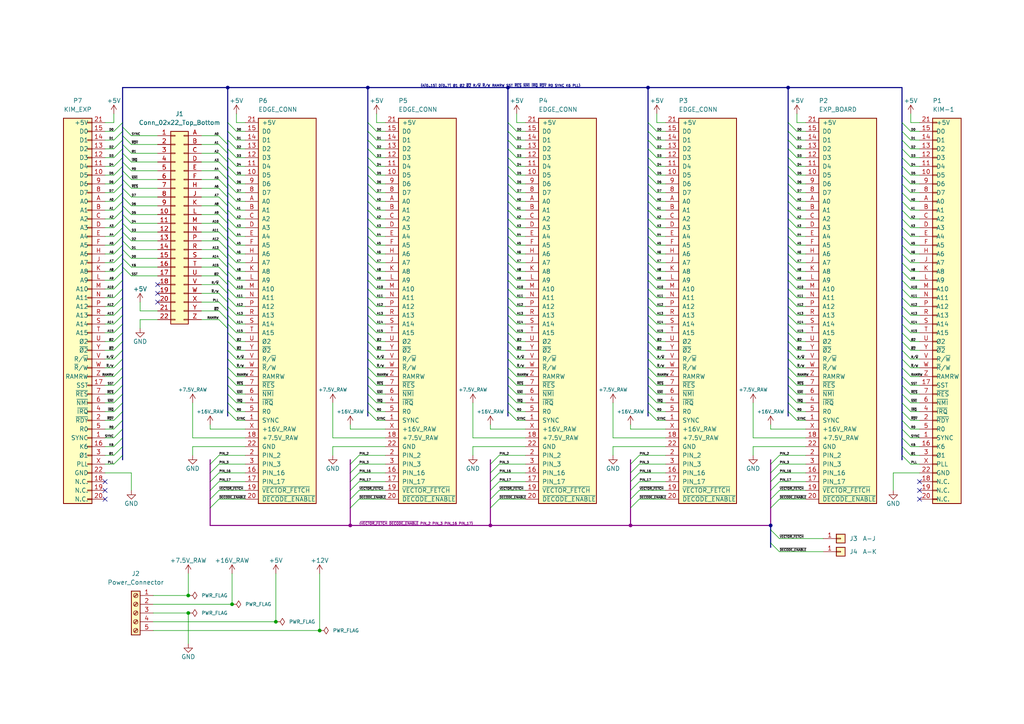
<source format=kicad_sch>
(kicad_sch (version 20230121) (generator eeschema)
  (paper "A4")
  (lib_symbols
    (symbol "Connector:Screw_Terminal_01x05" (pin_names (offset 1.016) hide)
      (property "Reference" "J" (at 0 7.62 0))
      (property "Value" "Screw_Terminal_01x05" (at 0 -7.62 0))
      (symbol "Screw_Terminal_01x05_1_1"
        (pin passive line (at -5.08 5.08 0) (length 3.81) (name "Pin_1") (number "1"))
        (pin passive line (at -5.08 2.54 0) (length 3.81) (name "Pin_2") (number "2"))
        (pin passive line (at -5.08 0 0) (length 3.81) (name "Pin_3") (number "3"))
        (pin passive line (at -5.08 -2.54 0) (length 3.81) (name "Pin_4") (number "4"))
        (pin passive line (at -5.08 -5.08 0) (length 3.81) (name "Pin_5") (number "5"))
      )
    )
    (symbol "Connector_Generic:Conn_01x01" (pin_names (offset 1.016) hide)
      (property "Reference" "J" (at 0 2.54 0))
      (property "Value" "Conn_01x01" (at 0 -2.54 0))
      (symbol "Conn_01x01_1_1"
        (pin passive line (at -5.08 0 0) (length 3.81) (name "Pin_1") (number "1"))
      )
    )
    (symbol "KIM-1_Library:+16V_RAW" (power) (pin_names (offset 0))
      (property "Value" "+16V_RAW" (at 0 3.556 0))
      (symbol "+16V_RAW_1_1"
        (pin power_in line (at 0 0 90) (length 0) hide (name "+16V_RAW") (number "1"))
      )
    )
    (symbol "KIM-1_Library:+7.5V_RAW" (power) (pin_names (offset 0))
      (property "Value" "+7.5V_RAW" (at 0 3.556 0))
      (symbol "+7.5V_RAW_1_1"
        (pin power_in line (at 0 0 90) (length 0) hide (name "+7.5V_RAW") (number "1"))
      )
    )
    (symbol "KIM-1_Library:Conn_02x22_Top_Bottom" (pin_names (offset 1.016) hide)
      (property "Reference" "J" (at 1.27 27.94 0))
      (property "Value" "Conn_02x22_Top_Bottom" (at 1.27 -30.48 0))
      (symbol "Conn_02x22_Top_Bottom_1_1"
        (pin passive line (at -5.08 25.4 0) (length 3.81) (name "Pin_1") (number "1"))
        (pin passive line (at -5.08 2.54 0) (length 3.81) (name "Pin_10") (number "10"))
        (pin passive line (at -5.08 0 0) (length 3.81) (name "Pin_11") (number "11"))
        (pin passive line (at -5.08 -2.54 0) (length 3.81) (name "Pin_12") (number "12"))
        (pin passive line (at -5.08 -5.08 0) (length 3.81) (name "Pin_13") (number "13"))
        (pin passive line (at -5.08 -7.62 0) (length 3.81) (name "Pin_14") (number "14"))
        (pin passive line (at -5.08 -10.16 0) (length 3.81) (name "Pin_15") (number "15"))
        (pin passive line (at -5.08 -12.7 0) (length 3.81) (name "Pin_16") (number "16"))
        (pin passive line (at -5.08 -15.24 0) (length 3.81) (name "Pin_17") (number "17"))
        (pin passive line (at -5.08 -17.78 0) (length 3.81) (name "Pin_18") (number "18"))
        (pin passive line (at -5.08 -20.32 0) (length 3.81) (name "Pin_19") (number "19"))
        (pin passive line (at -5.08 22.86 0) (length 3.81) (name "Pin_2") (number "2"))
        (pin passive line (at -5.08 -22.86 0) (length 3.81) (name "Pin_20") (number "20"))
        (pin passive line (at -5.08 -25.4 0) (length 3.81) (name "Pin_21") (number "21"))
        (pin passive line (at -5.08 -27.94 0) (length 3.81) (name "Pin_22") (number "22"))
        (pin passive line (at -5.08 20.32 0) (length 3.81) (name "Pin_3") (number "3"))
        (pin passive line (at -5.08 17.78 0) (length 3.81) (name "Pin_4") (number "4"))
        (pin passive line (at -5.08 15.24 0) (length 3.81) (name "Pin_5") (number "5"))
        (pin passive line (at -5.08 12.7 0) (length 3.81) (name "Pin_6") (number "6"))
        (pin passive line (at -5.08 10.16 0) (length 3.81) (name "Pin_7") (number "7"))
        (pin passive line (at -5.08 7.62 0) (length 3.81) (name "Pin_8") (number "8"))
        (pin passive line (at -5.08 5.08 0) (length 3.81) (name "Pin_9") (number "9"))
        (pin passive line (at 7.62 25.4 180) (length 3.81) (name "Pin_A") (number "A"))
        (pin passive line (at 7.62 22.86 180) (length 3.81) (name "Pin_B") (number "B"))
        (pin passive line (at 7.62 20.32 180) (length 3.81) (name "Pin_C") (number "C"))
        (pin passive line (at 7.62 17.78 180) (length 3.81) (name "Pin_D") (number "D"))
        (pin passive line (at 7.62 15.24 180) (length 3.81) (name "Pin_E") (number "E"))
        (pin passive line (at 7.62 12.7 180) (length 3.81) (name "Pin_F") (number "F"))
        (pin passive line (at 7.62 10.16 180) (length 3.81) (name "Pin_H") (number "H"))
        (pin passive line (at 7.62 7.62 180) (length 3.81) (name "Pin_J") (number "J"))
        (pin passive line (at 7.62 5.08 180) (length 3.81) (name "Pin_K") (number "K"))
        (pin passive line (at 7.62 2.54 180) (length 3.81) (name "Pin_L") (number "L"))
        (pin passive line (at 7.62 0 180) (length 3.81) (name "Pin_M") (number "M"))
        (pin passive line (at 7.62 -2.54 180) (length 3.81) (name "Pin_N") (number "N"))
        (pin passive line (at 7.62 -5.08 180) (length 3.81) (name "Pin_P") (number "P"))
        (pin passive line (at 7.62 -7.62 180) (length 3.81) (name "Pin_R") (number "R"))
        (pin passive line (at 7.62 -10.16 180) (length 3.81) (name "Pin_S") (number "S"))
        (pin passive line (at 7.62 -12.7 180) (length 3.81) (name "Pin_T") (number "T"))
        (pin passive line (at 7.62 -15.24 180) (length 3.81) (name "Pin_U") (number "U"))
        (pin passive line (at 7.62 -17.78 180) (length 3.81) (name "Pin_V") (number "V"))
        (pin passive line (at 7.62 -20.32 180) (length 3.81) (name "Pin_W") (number "W"))
        (pin passive line (at 7.62 -22.86 180) (length 3.81) (name "Pin_X") (number "X"))
        (pin passive line (at 7.62 -25.4 180) (length 3.81) (name "Pin_Y") (number "Y"))
        (pin passive line (at 7.62 -27.94 180) (length 3.81) (name "Pin_Z") (number "Z"))
      )
    )
    (symbol "KIM-1_Library:KIM_EXP" (pin_names (offset 1.016))
      (property "Reference" "P" (at 1.27 55.88 0))
      (property "Value" "KIM_EXP" (at 0 -59.055 0))
      (symbol "KIM_EXP_1_1"
        (pin passive line (at -5.08 -38.1 0) (length 3.81) (name "SYNC") (number "1"))
        (pin passive line (at -5.08 38.1 0) (length 3.81) (name "D5") (number "10"))
        (pin passive line (at -5.08 40.64 0) (length 3.81) (name "D4") (number "11"))
        (pin passive line (at -5.08 43.18 0) (length 3.81) (name "D3") (number "12"))
        (pin passive line (at -5.08 45.72 0) (length 3.81) (name "D2") (number "13"))
        (pin passive line (at -5.08 48.26 0) (length 3.81) (name "D1") (number "14"))
        (pin passive line (at -5.08 50.8 0) (length 3.81) (name "D0") (number "15"))
        (pin passive line (at -5.08 -40.64 0) (length 3.81) (name "K6") (number "16"))
        (pin passive line (at -5.08 -22.86 0) (length 3.81) (name "SST") (number "17"))
        (pin passive line (at -5.08 -50.8 0) (length 3.81) (name "N.C.") (number "18"))
        (pin passive line (at -5.08 -53.34 0) (length 3.81) (name "N.C.") (number "19"))
        (pin passive line (at -5.08 -33.02 0) (length 3.81) (name "~{RDY}") (number "2"))
        (pin passive line (at -5.08 -55.88 0) (length 3.81) (name "N.C.") (number "20"))
        (pin passive line (at -5.08 53.34 0) (length 3.81) (name "+5V") (number "21"))
        (pin passive line (at -5.08 -48.26 0) (length 3.81) (name "GND") (number "22"))
        (pin passive line (at -5.08 -43.18 0) (length 3.81) (name "Ø1") (number "3"))
        (pin passive line (at -5.08 -30.48 0) (length 3.81) (name "~{IRQ}") (number "4"))
        (pin passive line (at -5.08 -35.56 0) (length 3.81) (name "R0") (number "5"))
        (pin passive line (at -5.08 -27.94 0) (length 3.81) (name "~{NMI}") (number "6"))
        (pin passive line (at -5.08 -25.4 0) (length 3.81) (name "~{RES}") (number "7"))
        (pin passive line (at -5.08 33.02 0) (length 3.81) (name "D7") (number "8"))
        (pin passive line (at -5.08 35.56 0) (length 3.81) (name "D6") (number "9"))
        (pin passive line (at -5.08 30.48 0) (length 3.81) (name "A0") (number "A"))
        (pin passive line (at -5.08 27.94 0) (length 3.81) (name "A1") (number "B"))
        (pin passive line (at -5.08 25.4 0) (length 3.81) (name "A2") (number "C"))
        (pin passive line (at -5.08 22.86 0) (length 3.81) (name "A3") (number "D"))
        (pin passive line (at -5.08 20.32 0) (length 3.81) (name "A4") (number "E"))
        (pin passive line (at -5.08 17.78 0) (length 3.81) (name "A5") (number "F"))
        (pin passive line (at -5.08 15.24 0) (length 3.81) (name "A6") (number "H"))
        (pin passive line (at -5.08 12.7 0) (length 3.81) (name "A7") (number "J"))
        (pin passive line (at -5.08 10.16 0) (length 3.81) (name "A8") (number "K"))
        (pin passive line (at -5.08 7.62 0) (length 3.81) (name "A9") (number "L"))
        (pin passive line (at -5.08 5.08 0) (length 3.81) (name "A10") (number "M"))
        (pin passive line (at -5.08 2.54 0) (length 3.81) (name "A11") (number "N"))
        (pin passive line (at -5.08 0 0) (length 3.81) (name "A12") (number "P"))
        (pin passive line (at -5.08 -2.54 0) (length 3.81) (name "A13") (number "R"))
        (pin passive line (at -5.08 -5.08 0) (length 3.81) (name "A14") (number "S"))
        (pin passive line (at -5.08 -7.62 0) (length 3.81) (name "A15") (number "T"))
        (pin passive line (at -5.08 -10.16 0) (length 3.81) (name "Ø2") (number "U"))
        (pin passive line (at -5.08 -15.24 0) (length 3.81) (name "R/~{W}") (number "V"))
        (pin passive line (at -5.08 -17.78 0) (length 3.81) (name "~{R}/W") (number "W"))
        (pin passive line (at -5.08 -45.72 0) (length 3.81) (name "PLL") (number "X"))
        (pin passive line (at -5.08 -12.7 0) (length 3.81) (name "~{Ø2}") (number "Y"))
        (pin passive line (at -5.08 -20.32 0) (length 3.81) (name "RAMRW") (number "Z"))
      )
    )
    (symbol "KIM-1_Library:MTU_CONN" (pin_names (offset 1.016))
      (property "Reference" "P" (at 1.27 55.88 0))
      (property "Value" "EDGE_CONN" (at 0 -59.055 0))
      (symbol "MTU_CONN_1_1"
        (pin passive line (at -5.08 -33.02 0) (length 3.81) (name "SYNC") (number "1"))
        (pin passive line (at -5.08 38.1 0) (length 3.81) (name "D5") (number "10"))
        (pin passive line (at -5.08 40.64 0) (length 3.81) (name "D4") (number "11"))
        (pin passive line (at -5.08 43.18 0) (length 3.81) (name "D3") (number "12"))
        (pin passive line (at -5.08 45.72 0) (length 3.81) (name "D2") (number "13"))
        (pin passive line (at -5.08 48.26 0) (length 3.81) (name "D1") (number "14"))
        (pin passive line (at -5.08 50.8 0) (length 3.81) (name "D0") (number "15"))
        (pin passive line (at -5.08 -48.26 0) (length 3.81) (name "PIN_16") (number "16"))
        (pin passive line (at -5.08 -50.8 0) (length 3.81) (name "PIN_17") (number "17"))
        (pin passive line (at -5.08 -38.1 0) (length 3.81) (name "+7.5V_RAW") (number "18"))
        (pin passive line (at -5.08 -53.34 0) (length 3.81) (name "~{VECTOR_FETCH}") (number "19"))
        (pin passive line (at -5.08 -43.18 0) (length 3.81) (name "PIN_2") (number "2"))
        (pin passive line (at -5.08 -55.88 0) (length 3.81) (name "~{DECODE_ENABLE}") (number "20"))
        (pin passive line (at -5.08 53.34 0) (length 3.81) (name "+5V") (number "21"))
        (pin passive line (at -5.08 -40.64 0) (length 3.81) (name "GND") (number "22"))
        (pin passive line (at -5.08 -45.72 0) (length 3.81) (name "PIN_3") (number "3"))
        (pin passive line (at -5.08 -27.94 0) (length 3.81) (name "~{IRQ}") (number "4"))
        (pin passive line (at -5.08 -30.48 0) (length 3.81) (name "R0") (number "5"))
        (pin passive line (at -5.08 -25.4 0) (length 3.81) (name "~{NMI}") (number "6"))
        (pin passive line (at -5.08 -22.86 0) (length 3.81) (name "~{RES}") (number "7"))
        (pin passive line (at -5.08 33.02 0) (length 3.81) (name "D7") (number "8"))
        (pin passive line (at -5.08 35.56 0) (length 3.81) (name "D6") (number "9"))
        (pin passive line (at -5.08 30.48 0) (length 3.81) (name "A0") (number "A"))
        (pin passive line (at -5.08 27.94 0) (length 3.81) (name "A1") (number "B"))
        (pin passive line (at -5.08 25.4 0) (length 3.81) (name "A2") (number "C"))
        (pin passive line (at -5.08 22.86 0) (length 3.81) (name "A3") (number "D"))
        (pin passive line (at -5.08 20.32 0) (length 3.81) (name "A4") (number "E"))
        (pin passive line (at -5.08 17.78 0) (length 3.81) (name "A5") (number "F"))
        (pin passive line (at -5.08 15.24 0) (length 3.81) (name "A6") (number "H"))
        (pin passive line (at -5.08 12.7 0) (length 3.81) (name "A7") (number "J"))
        (pin passive line (at -5.08 10.16 0) (length 3.81) (name "A8") (number "K"))
        (pin passive line (at -5.08 7.62 0) (length 3.81) (name "A9") (number "L"))
        (pin passive line (at -5.08 5.08 0) (length 3.81) (name "A10") (number "M"))
        (pin passive line (at -5.08 2.54 0) (length 3.81) (name "A11") (number "N"))
        (pin passive line (at -5.08 0 0) (length 3.81) (name "A12") (number "P"))
        (pin passive line (at -5.08 -2.54 0) (length 3.81) (name "A13") (number "R"))
        (pin passive line (at -5.08 -5.08 0) (length 3.81) (name "A14") (number "S"))
        (pin passive line (at -5.08 -7.62 0) (length 3.81) (name "A15") (number "T"))
        (pin passive line (at -5.08 -10.16 0) (length 3.81) (name "Ø2") (number "U"))
        (pin passive line (at -5.08 -15.24 0) (length 3.81) (name "R/~{W}") (number "V"))
        (pin passive line (at -5.08 -17.78 0) (length 3.81) (name "~{R}/W") (number "W"))
        (pin passive line (at -5.08 -35.56 0) (length 3.81) (name "+16V_RAW") (number "X"))
        (pin passive line (at -5.08 -12.7 0) (length 3.81) (name "~{Ø2}") (number "Y"))
        (pin passive line (at -5.08 -20.32 0) (length 3.81) (name "RAMRW") (number "Z"))
      )
    )
    (symbol "MTU_CONN_1" (pin_names (offset 1.016))
      (property "Reference" "P" (at 1.27 55.88 0))
      (property "Value" "EDGE_CONN" (at 0 -59.055 0))
      (symbol "MTU_CONN_1_1_1"
        (pin passive line (at -5.08 -33.02 0) (length 3.81) (name "SYNC") (number "1"))
        (pin passive line (at -5.08 38.1 0) (length 3.81) (name "D5") (number "10"))
        (pin passive line (at -5.08 40.64 0) (length 3.81) (name "D4") (number "11"))
        (pin passive line (at -5.08 43.18 0) (length 3.81) (name "D3") (number "12"))
        (pin passive line (at -5.08 45.72 0) (length 3.81) (name "D2") (number "13"))
        (pin passive line (at -5.08 48.26 0) (length 3.81) (name "D1") (number "14"))
        (pin passive line (at -5.08 50.8 0) (length 3.81) (name "D0") (number "15"))
        (pin passive line (at -5.08 -48.26 0) (length 3.81) (name "PIN_16") (number "16"))
        (pin passive line (at -5.08 -50.8 0) (length 3.81) (name "PIN_17") (number "17"))
        (pin passive line (at -5.08 -38.1 0) (length 3.81) (name "+7.5V_RAW") (number "18"))
        (pin passive line (at -5.08 -53.34 0) (length 3.81) (name "~{VECTOR_FETCH}") (number "19"))
        (pin passive line (at -5.08 -43.18 0) (length 3.81) (name "PIN_2") (number "2"))
        (pin passive line (at -5.08 -55.88 0) (length 3.81) (name "~{DECODE_ENABLE}") (number "20"))
        (pin passive line (at -5.08 53.34 0) (length 3.81) (name "+5V") (number "21"))
        (pin passive line (at -5.08 -40.64 0) (length 3.81) (name "GND") (number "22"))
        (pin passive line (at -5.08 -45.72 0) (length 3.81) (name "PIN_3") (number "3"))
        (pin passive line (at -5.08 -27.94 0) (length 3.81) (name "~{IRQ}") (number "4"))
        (pin passive line (at -5.08 -30.48 0) (length 3.81) (name "R0") (number "5"))
        (pin passive line (at -5.08 -25.4 0) (length 3.81) (name "~{NMI}") (number "6"))
        (pin passive line (at -5.08 -22.86 0) (length 3.81) (name "~{RES}") (number "7"))
        (pin passive line (at -5.08 33.02 0) (length 3.81) (name "D7") (number "8"))
        (pin passive line (at -5.08 35.56 0) (length 3.81) (name "D6") (number "9"))
        (pin passive line (at -5.08 30.48 0) (length 3.81) (name "A0") (number "A"))
        (pin passive line (at -5.08 27.94 0) (length 3.81) (name "A1") (number "B"))
        (pin passive line (at -5.08 25.4 0) (length 3.81) (name "A2") (number "C"))
        (pin passive line (at -5.08 22.86 0) (length 3.81) (name "A3") (number "D"))
        (pin passive line (at -5.08 20.32 0) (length 3.81) (name "A4") (number "E"))
        (pin passive line (at -5.08 17.78 0) (length 3.81) (name "A5") (number "F"))
        (pin passive line (at -5.08 15.24 0) (length 3.81) (name "A6") (number "H"))
        (pin passive line (at -5.08 12.7 0) (length 3.81) (name "A7") (number "J"))
        (pin passive line (at -5.08 10.16 0) (length 3.81) (name "A8") (number "K"))
        (pin passive line (at -5.08 7.62 0) (length 3.81) (name "A9") (number "L"))
        (pin passive line (at -5.08 5.08 0) (length 3.81) (name "A10") (number "M"))
        (pin passive line (at -5.08 2.54 0) (length 3.81) (name "A11") (number "N"))
        (pin passive line (at -5.08 0 0) (length 3.81) (name "A12") (number "P"))
        (pin passive line (at -5.08 -2.54 0) (length 3.81) (name "A13") (number "R"))
        (pin passive line (at -5.08 -5.08 0) (length 3.81) (name "A14") (number "S"))
        (pin passive line (at -5.08 -7.62 0) (length 3.81) (name "A15") (number "T"))
        (pin passive line (at -5.08 -10.16 0) (length 3.81) (name "Ø2") (number "U"))
        (pin passive line (at -5.08 -15.24 0) (length 3.81) (name "R/~{W}") (number "V"))
        (pin passive line (at -5.08 -17.78 0) (length 3.81) (name "~{R}/W") (number "W"))
        (pin passive line (at -5.08 -35.56 0) (length 3.81) (name "+16V_RAW") (number "X"))
        (pin passive line (at -5.08 -12.7 0) (length 3.81) (name "~{Ø2}") (number "Y"))
        (pin passive line (at -5.08 -20.32 0) (length 3.81) (name "RAMRW") (number "Z"))
      )
    )
    (symbol "MTU_CONN_2" (pin_names (offset 1.016))
      (property "Reference" "P" (at 1.27 55.88 0))
      (property "Value" "EDGE_CONN" (at 0 -59.055 0))
      (symbol "MTU_CONN_2_1_1"
        (pin passive line (at -5.08 -33.02 0) (length 3.81) (name "SYNC") (number "1"))
        (pin passive line (at -5.08 38.1 0) (length 3.81) (name "D5") (number "10"))
        (pin passive line (at -5.08 40.64 0) (length 3.81) (name "D4") (number "11"))
        (pin passive line (at -5.08 43.18 0) (length 3.81) (name "D3") (number "12"))
        (pin passive line (at -5.08 45.72 0) (length 3.81) (name "D2") (number "13"))
        (pin passive line (at -5.08 48.26 0) (length 3.81) (name "D1") (number "14"))
        (pin passive line (at -5.08 50.8 0) (length 3.81) (name "D0") (number "15"))
        (pin passive line (at -5.08 -48.26 0) (length 3.81) (name "PIN_16") (number "16"))
        (pin passive line (at -5.08 -50.8 0) (length 3.81) (name "PIN_17") (number "17"))
        (pin passive line (at -5.08 -38.1 0) (length 3.81) (name "+7.5V_RAW") (number "18"))
        (pin passive line (at -5.08 -53.34 0) (length 3.81) (name "~{VECTOR_FETCH}") (number "19"))
        (pin passive line (at -5.08 -43.18 0) (length 3.81) (name "PIN_2") (number "2"))
        (pin passive line (at -5.08 -55.88 0) (length 3.81) (name "~{DECODE_ENABLE}") (number "20"))
        (pin passive line (at -5.08 53.34 0) (length 3.81) (name "+5V") (number "21"))
        (pin passive line (at -5.08 -40.64 0) (length 3.81) (name "GND") (number "22"))
        (pin passive line (at -5.08 -45.72 0) (length 3.81) (name "PIN_3") (number "3"))
        (pin passive line (at -5.08 -27.94 0) (length 3.81) (name "~{IRQ}") (number "4"))
        (pin passive line (at -5.08 -30.48 0) (length 3.81) (name "R0") (number "5"))
        (pin passive line (at -5.08 -25.4 0) (length 3.81) (name "~{NMI}") (number "6"))
        (pin passive line (at -5.08 -22.86 0) (length 3.81) (name "~{RES}") (number "7"))
        (pin passive line (at -5.08 33.02 0) (length 3.81) (name "D7") (number "8"))
        (pin passive line (at -5.08 35.56 0) (length 3.81) (name "D6") (number "9"))
        (pin passive line (at -5.08 30.48 0) (length 3.81) (name "A0") (number "A"))
        (pin passive line (at -5.08 27.94 0) (length 3.81) (name "A1") (number "B"))
        (pin passive line (at -5.08 25.4 0) (length 3.81) (name "A2") (number "C"))
        (pin passive line (at -5.08 22.86 0) (length 3.81) (name "A3") (number "D"))
        (pin passive line (at -5.08 20.32 0) (length 3.81) (name "A4") (number "E"))
        (pin passive line (at -5.08 17.78 0) (length 3.81) (name "A5") (number "F"))
        (pin passive line (at -5.08 15.24 0) (length 3.81) (name "A6") (number "H"))
        (pin passive line (at -5.08 12.7 0) (length 3.81) (name "A7") (number "J"))
        (pin passive line (at -5.08 10.16 0) (length 3.81) (name "A8") (number "K"))
        (pin passive line (at -5.08 7.62 0) (length 3.81) (name "A9") (number "L"))
        (pin passive line (at -5.08 5.08 0) (length 3.81) (name "A10") (number "M"))
        (pin passive line (at -5.08 2.54 0) (length 3.81) (name "A11") (number "N"))
        (pin passive line (at -5.08 0 0) (length 3.81) (name "A12") (number "P"))
        (pin passive line (at -5.08 -2.54 0) (length 3.81) (name "A13") (number "R"))
        (pin passive line (at -5.08 -5.08 0) (length 3.81) (name "A14") (number "S"))
        (pin passive line (at -5.08 -7.62 0) (length 3.81) (name "A15") (number "T"))
        (pin passive line (at -5.08 -10.16 0) (length 3.81) (name "Ø2") (number "U"))
        (pin passive line (at -5.08 -15.24 0) (length 3.81) (name "R/~{W}") (number "V"))
        (pin passive line (at -5.08 -17.78 0) (length 3.81) (name "~{R}/W") (number "W"))
        (pin passive line (at -5.08 -35.56 0) (length 3.81) (name "+16V_RAW") (number "X"))
        (pin passive line (at -5.08 -12.7 0) (length 3.81) (name "~{Ø2}") (number "Y"))
        (pin passive line (at -5.08 -20.32 0) (length 3.81) (name "RAMRW") (number "Z"))
      )
    )
    (symbol "power:+12V" (power) (pin_names (offset 0))
      (property "Value" "+12V" (at 0 3.556 0))
      (symbol "+12V_1_1"
        (pin power_in line (at 0 0 90) (length 0) hide (name "+12V") (number "1"))
      )
    )
    (symbol "power:+5V" (power) (pin_names (offset 0))
      (property "Value" "+5V" (at 0 3.556 0))
      (symbol "+5V_1_1"
        (pin power_in line (at 0 0 90) (length 0) hide (name "+5V") (number "1"))
      )
    )
    (symbol "power:GND" (power) (pin_names (offset 0))
      (property "Value" "GND" (at 0 -3.81 0))
      (symbol "GND_1_1"
        (pin power_in line (at 0 0 270) (length 0) hide (name "GND") (number "1"))
      )
    )
    (symbol "power:PWR_FLAG" (power) (pin_numbers hide) (pin_names (offset 0) hide)
      (property "Value" "PWR_FLAG" (at 0 3.81 0))
      (symbol "PWR_FLAG_0_0"
        (pin power_out line (at 0 0 90) (length 0) (name "pwr") (number "1"))
      )
    )
  )
  (junction (at 187.96 25.4))
  (junction (at 223.52 152.4))
  (junction (at 147.32 25.4))
  (junction (at 54.61 172.72))
  (junction (at 142.24 152.4) (color 132 0 132 1))
  (junction (at 66.04 25.4))
  (junction (at 67.31 175.26))
  (junction (at 101.6 152.4) (color 132 0 132 1))
  (junction (at 228.6 25.4))
  (junction (at 182.88 152.4) (color 132 0 132 1))
  (junction (at 80.01 180.34))
  (junction (at 106.68 25.4))
  (junction (at 54.61 177.8))
  (junction (at 92.71 182.88))
  (no_connect (at 45.72 87.63))
  (no_connect (at 266.7 144.78))
  (no_connect (at 30.48 142.24))
  (no_connect (at 266.7 142.24))
  (no_connect (at 45.72 82.55))
  (no_connect (at 30.48 139.7))
  (no_connect (at 45.72 85.09))
  (no_connect (at 30.48 144.78))
  (no_connect (at 266.7 139.7))
  (bus_entry (at 223.52 139.7) (size 2.54 -2.54))
  (bus_entry (at 187.96 53.34) (size 2.54 2.54))
  (bus_entry (at 182.88 134.62) (size 2.54 -2.54))
  (bus_entry (at 106.68 119.38) (size 2.54 2.54))
  (bus_entry (at 66.04 40.64) (size 2.54 2.54))
  (bus_entry (at 187.96 96.52) (size 2.54 2.54))
  (bus_entry (at 106.68 55.88) (size 2.54 2.54))
  (bus_entry (at 147.32 60.96) (size 2.54 2.54))
  (bus_entry (at 35.56 41.91) (size 2.54 2.54))
  (bus_entry (at 106.68 58.42) (size 2.54 2.54))
  (bus_entry (at 147.32 106.68) (size 2.54 2.54))
  (bus_entry (at 66.04 114.3) (size 2.54 2.54))
  (bus_entry (at 261.62 40.64) (size 2.54 2.54))
  (bus_entry (at 147.32 63.5) (size 2.54 2.54))
  (bus_entry (at 60.96 144.78) (size 2.54 -2.54))
  (bus_entry (at 66.04 109.22) (size 2.54 2.54))
  (bus_entry (at 261.62 43.18) (size 2.54 2.54))
  (bus_entry (at 187.96 101.6) (size 2.54 2.54))
  (bus_entry (at 66.04 106.68) (size 2.54 2.54))
  (bus_entry (at 63.5 49.53) (size 2.54 2.54))
  (bus_entry (at 35.56 71.12) (size -2.54 2.54))
  (bus_entry (at 35.56 121.92) (size -2.54 2.54))
  (bus_entry (at 35.56 74.93) (size 2.54 2.54))
  (bus_entry (at 261.62 78.74) (size 2.54 2.54))
  (bus_entry (at 187.96 38.1) (size 2.54 2.54))
  (bus_entry (at 147.32 58.42) (size 2.54 2.54))
  (bus_entry (at 142.24 137.16) (size 2.54 -2.54))
  (bus_entry (at 35.56 124.46) (size -2.54 2.54))
  (bus_entry (at 101.6 134.62) (size 2.54 -2.54))
  (bus_entry (at 63.5 62.23) (size 2.54 2.54))
  (bus_entry (at 228.6 114.3) (size 2.54 2.54))
  (bus_entry (at 187.96 83.82) (size 2.54 2.54))
  (bus_entry (at 66.04 48.26) (size 2.54 2.54))
  (bus_entry (at 35.56 78.74) (size -2.54 2.54))
  (bus_entry (at 261.62 129.54) (size 2.54 2.54))
  (bus_entry (at 66.04 99.06) (size 2.54 2.54))
  (bus_entry (at 63.5 44.45) (size 2.54 2.54))
  (bus_entry (at 261.62 109.22) (size 2.54 2.54))
  (bus_entry (at 228.6 119.38) (size 2.54 2.54))
  (bus_entry (at 66.04 88.9) (size 2.54 2.54))
  (bus_entry (at 187.96 73.66) (size 2.54 2.54))
  (bus_entry (at 261.62 114.3) (size 2.54 2.54))
  (bus_entry (at 147.32 91.44) (size 2.54 2.54))
  (bus_entry (at 187.96 104.14) (size 2.54 2.54))
  (bus_entry (at 66.04 60.96) (size 2.54 2.54))
  (bus_entry (at 182.88 147.32) (size 2.54 -2.54))
  (bus_entry (at 66.04 81.28) (size 2.54 2.54))
  (bus_entry (at 101.6 137.16) (size 2.54 -2.54))
  (bus_entry (at 66.04 86.36) (size 2.54 2.54))
  (bus_entry (at 35.56 72.39) (size 2.54 2.54))
  (bus_entry (at 187.96 55.88) (size 2.54 2.54))
  (bus_entry (at 147.32 50.8) (size 2.54 2.54))
  (bus_entry (at 63.5 92.71) (size 2.54 2.54))
  (bus_entry (at 63.5 54.61) (size 2.54 2.54))
  (bus_entry (at 63.5 87.63) (size 2.54 2.54))
  (bus_entry (at 63.5 46.99) (size 2.54 2.54))
  (bus_entry (at 106.68 63.5) (size 2.54 2.54))
  (bus_entry (at 147.32 35.56) (size 2.54 2.54))
  (bus_entry (at 228.6 101.6) (size 2.54 2.54))
  (bus_entry (at 35.56 73.66) (size -2.54 2.54))
  (bus_entry (at 228.6 71.12) (size 2.54 2.54))
  (bus_entry (at 35.56 77.47) (size 2.54 2.54))
  (bus_entry (at 142.24 144.78) (size 2.54 -2.54))
  (bus_entry (at 261.62 45.72) (size 2.54 2.54))
  (bus_entry (at 228.6 99.06) (size 2.54 2.54))
  (bus_entry (at 261.62 60.96) (size 2.54 2.54))
  (bus_entry (at 35.56 53.34) (size -2.54 2.54))
  (bus_entry (at 142.24 139.7) (size 2.54 -2.54))
  (bus_entry (at 63.5 77.47) (size 2.54 2.54))
  (bus_entry (at 147.32 86.36) (size 2.54 2.54))
  (bus_entry (at 223.52 157.48) (size 2.54 2.54))
  (bus_entry (at 228.6 53.34) (size 2.54 2.54))
  (bus_entry (at 187.96 91.44) (size 2.54 2.54))
  (bus_entry (at 147.32 66.04) (size 2.54 2.54))
  (bus_entry (at 147.32 101.6) (size 2.54 2.54))
  (bus_entry (at 66.04 55.88) (size 2.54 2.54))
  (bus_entry (at 223.52 153.67) (size 2.54 2.54))
  (bus_entry (at 228.6 68.58) (size 2.54 2.54))
  (bus_entry (at 106.68 86.36) (size 2.54 2.54))
  (bus_entry (at 66.04 38.1) (size 2.54 2.54))
  (bus_entry (at 66.04 50.8) (size 2.54 2.54))
  (bus_entry (at 63.5 64.77) (size 2.54 2.54))
  (bus_entry (at 106.68 116.84) (size 2.54 2.54))
  (bus_entry (at 147.32 68.58) (size 2.54 2.54))
  (bus_entry (at 228.6 78.74) (size 2.54 2.54))
  (bus_entry (at 35.56 66.04) (size -2.54 2.54))
  (bus_entry (at 187.96 40.64) (size 2.54 2.54))
  (bus_entry (at 106.68 106.68) (size 2.54 2.54))
  (bus_entry (at 187.96 60.96) (size 2.54 2.54))
  (bus_entry (at 223.52 134.62) (size 2.54 -2.54))
  (bus_entry (at 63.5 67.31) (size 2.54 2.54))
  (bus_entry (at 187.96 43.18) (size 2.54 2.54))
  (bus_entry (at 147.32 40.64) (size 2.54 2.54))
  (bus_entry (at 35.56 54.61) (size 2.54 2.54))
  (bus_entry (at 60.96 142.24) (size 2.54 -2.54))
  (bus_entry (at 261.62 66.04) (size 2.54 2.54))
  (bus_entry (at 228.6 81.28) (size 2.54 2.54))
  (bus_entry (at 228.6 60.96) (size 2.54 2.54))
  (bus_entry (at 228.6 109.22) (size 2.54 2.54))
  (bus_entry (at 261.62 86.36) (size 2.54 2.54))
  (bus_entry (at 35.56 96.52) (size -2.54 2.54))
  (bus_entry (at 35.56 76.2) (size -2.54 2.54))
  (bus_entry (at 106.68 66.04) (size 2.54 2.54))
  (bus_entry (at 60.96 139.7) (size 2.54 -2.54))
  (bus_entry (at 106.68 68.58) (size 2.54 2.54))
  (bus_entry (at 35.56 63.5) (size -2.54 2.54))
  (bus_entry (at 63.5 69.85) (size 2.54 2.54))
  (bus_entry (at 228.6 104.14) (size 2.54 2.54))
  (bus_entry (at 35.56 36.83) (size 2.54 2.54))
  (bus_entry (at 35.56 45.72) (size -2.54 2.54))
  (bus_entry (at 228.6 86.36) (size 2.54 2.54))
  (bus_entry (at 261.62 111.76) (size 2.54 2.54))
  (bus_entry (at 106.68 40.64) (size 2.54 2.54))
  (bus_entry (at 63.5 85.09) (size 2.54 2.54))
  (bus_entry (at 66.04 53.34) (size 2.54 2.54))
  (bus_entry (at 106.68 73.66) (size 2.54 2.54))
  (bus_entry (at 147.32 83.82) (size 2.54 2.54))
  (bus_entry (at 35.56 62.23) (size 2.54 2.54))
  (bus_entry (at 101.6 144.78) (size 2.54 -2.54))
  (bus_entry (at 106.68 88.9) (size 2.54 2.54))
  (bus_entry (at 261.62 106.68) (size 2.54 2.54))
  (bus_entry (at 35.56 132.08) (size -2.54 2.54))
  (bus_entry (at 261.62 99.06) (size 2.54 2.54))
  (bus_entry (at 228.6 106.68) (size 2.54 2.54))
  (bus_entry (at 66.04 43.18) (size 2.54 2.54))
  (bus_entry (at 228.6 35.56) (size 2.54 2.54))
  (bus_entry (at 228.6 91.44) (size 2.54 2.54))
  (bus_entry (at 147.32 43.18) (size 2.54 2.54))
  (bus_entry (at 147.32 55.88) (size 2.54 2.54))
  (bus_entry (at 66.04 116.84) (size 2.54 2.54))
  (bus_entry (at 35.56 127) (size -2.54 2.54))
  (bus_entry (at 63.5 41.91) (size 2.54 2.54))
  (bus_entry (at 147.32 71.12) (size 2.54 2.54))
  (bus_entry (at 147.32 53.34) (size 2.54 2.54))
  (bus_entry (at 187.96 99.06) (size 2.54 2.54))
  (bus_entry (at 66.04 119.38) (size 2.54 2.54))
  (bus_entry (at 60.96 147.32) (size 2.54 -2.54))
  (bus_entry (at 63.5 90.17) (size 2.54 2.54))
  (bus_entry (at 187.96 88.9) (size 2.54 2.54))
  (bus_entry (at 187.96 111.76) (size 2.54 2.54))
  (bus_entry (at 261.62 53.34) (size 2.54 2.54))
  (bus_entry (at 106.68 78.74) (size 2.54 2.54))
  (bus_entry (at 261.62 116.84) (size 2.54 2.54))
  (bus_entry (at 35.56 99.06) (size -2.54 2.54))
  (bus_entry (at 35.56 40.64) (size -2.54 2.54))
  (bus_entry (at 106.68 50.8) (size 2.54 2.54))
  (bus_entry (at 147.32 114.3) (size 2.54 2.54))
  (bus_entry (at 187.96 114.3) (size 2.54 2.54))
  (bus_entry (at 35.56 67.31) (size 2.54 2.54))
  (bus_entry (at 35.56 88.9) (size -2.54 2.54))
  (bus_entry (at 101.6 139.7) (size 2.54 -2.54))
  (bus_entry (at 142.24 142.24) (size 2.54 -2.54))
  (bus_entry (at 35.56 109.22) (size -2.54 2.54))
  (bus_entry (at 106.68 38.1) (size 2.54 2.54))
  (bus_entry (at 35.56 58.42) (size -2.54 2.54))
  (bus_entry (at 147.32 81.28) (size 2.54 2.54))
  (bus_entry (at 106.68 91.44) (size 2.54 2.54))
  (bus_entry (at 147.32 104.14) (size 2.54 2.54))
  (bus_entry (at 35.56 38.1) (size -2.54 2.54))
  (bus_entry (at 63.5 80.01) (size 2.54 2.54))
  (bus_entry (at 106.68 83.82) (size 2.54 2.54))
  (bus_entry (at 106.68 35.56) (size 2.54 2.54))
  (bus_entry (at 261.62 132.08) (size 2.54 2.54))
  (bus_entry (at 35.56 91.44) (size -2.54 2.54))
  (bus_entry (at 261.62 55.88) (size 2.54 2.54))
  (bus_entry (at 35.56 49.53) (size 2.54 2.54))
  (bus_entry (at 106.68 101.6) (size 2.54 2.54))
  (bus_entry (at 101.6 142.24) (size 2.54 -2.54))
  (bus_entry (at 228.6 40.64) (size 2.54 2.54))
  (bus_entry (at 35.56 39.37) (size 2.54 2.54))
  (bus_entry (at 35.56 43.18) (size -2.54 2.54))
  (bus_entry (at 228.6 43.18) (size 2.54 2.54))
  (bus_entry (at 147.32 48.26) (size 2.54 2.54))
  (bus_entry (at 147.32 38.1) (size 2.54 2.54))
  (bus_entry (at 228.6 48.26) (size 2.54 2.54))
  (bus_entry (at 63.5 72.39) (size 2.54 2.54))
  (bus_entry (at 35.56 93.98) (size -2.54 2.54))
  (bus_entry (at 187.96 35.56) (size 2.54 2.54))
  (bus_entry (at 187.96 81.28) (size 2.54 2.54))
  (bus_entry (at 223.52 144.78) (size 2.54 -2.54))
  (bus_entry (at 142.24 134.62) (size 2.54 -2.54))
  (bus_entry (at 228.6 88.9) (size 2.54 2.54))
  (bus_entry (at 106.68 48.26) (size 2.54 2.54))
  (bus_entry (at 35.56 69.85) (size 2.54 2.54))
  (bus_entry (at 228.6 45.72) (size 2.54 2.54))
  (bus_entry (at 35.56 86.36) (size -2.54 2.54))
  (bus_entry (at 106.68 96.52) (size 2.54 2.54))
  (bus_entry (at 106.68 76.2) (size 2.54 2.54))
  (bus_entry (at 66.04 63.5) (size 2.54 2.54))
  (bus_entry (at 147.32 111.76) (size 2.54 2.54))
  (bus_entry (at 147.32 76.2) (size 2.54 2.54))
  (bus_entry (at 63.5 82.55) (size 2.54 2.54))
  (bus_entry (at 106.68 71.12) (size 2.54 2.54))
  (bus_entry (at 228.6 73.66) (size 2.54 2.54))
  (bus_entry (at 66.04 66.04) (size 2.54 2.54))
  (bus_entry (at 147.32 96.52) (size 2.54 2.54))
  (bus_entry (at 261.62 76.2) (size 2.54 2.54))
  (bus_entry (at 228.6 76.2) (size 2.54 2.54))
  (bus_entry (at 187.96 116.84) (size 2.54 2.54))
  (bus_entry (at 261.62 96.52) (size 2.54 2.54))
  (bus_entry (at 35.56 111.76) (size -2.54 2.54))
  (bus_entry (at 228.6 63.5) (size 2.54 2.54))
  (bus_entry (at 66.04 71.12) (size 2.54 2.54))
  (bus_entry (at 106.68 104.14) (size 2.54 2.54))
  (bus_entry (at 66.04 68.58) (size 2.54 2.54))
  (bus_entry (at 261.62 63.5) (size 2.54 2.54))
  (bus_entry (at 182.88 142.24) (size 2.54 -2.54))
  (bus_entry (at 35.56 104.14) (size -2.54 2.54))
  (bus_entry (at 187.96 106.68) (size 2.54 2.54))
  (bus_entry (at 261.62 93.98) (size 2.54 2.54))
  (bus_entry (at 187.96 48.26) (size 2.54 2.54))
  (bus_entry (at 182.88 144.78) (size 2.54 -2.54))
  (bus_entry (at 35.56 57.15) (size 2.54 2.54))
  (bus_entry (at 187.96 78.74) (size 2.54 2.54))
  (bus_entry (at 261.62 38.1) (size 2.54 2.54))
  (bus_entry (at 228.6 116.84) (size 2.54 2.54))
  (bus_entry (at 35.56 83.82) (size -2.54 2.54))
  (bus_entry (at 60.96 137.16) (size 2.54 -2.54))
  (bus_entry (at 66.04 83.82) (size 2.54 2.54))
  (bus_entry (at 66.04 91.44) (size 2.54 2.54))
  (bus_entry (at 187.96 71.12) (size 2.54 2.54))
  (bus_entry (at 187.96 63.5) (size 2.54 2.54))
  (bus_entry (at 66.04 76.2) (size 2.54 2.54))
  (bus_entry (at 228.6 93.98) (size 2.54 2.54))
  (bus_entry (at 35.56 46.99) (size 2.54 2.54))
  (bus_entry (at 147.32 88.9) (size 2.54 2.54))
  (bus_entry (at 35.56 59.69) (size 2.54 2.54))
  (bus_entry (at 228.6 66.04) (size 2.54 2.54))
  (bus_entry (at 228.6 96.52) (size 2.54 2.54))
  (bus_entry (at 228.6 38.1) (size 2.54 2.54))
  (bus_entry (at 147.32 93.98) (size 2.54 2.54))
  (bus_entry (at 261.62 83.82) (size 2.54 2.54))
  (bus_entry (at 35.56 35.56) (size -2.54 2.54))
  (bus_entry (at 35.56 44.45) (size 2.54 2.54))
  (bus_entry (at 261.62 58.42) (size 2.54 2.54))
  (bus_entry (at 66.04 104.14) (size 2.54 2.54))
  (bus_entry (at 261.62 127) (size 2.54 2.54))
  (bus_entry (at 35.56 106.68) (size -2.54 2.54))
  (bus_entry (at 187.96 109.22) (size 2.54 2.54))
  (bus_entry (at 106.68 111.76) (size 2.54 2.54))
  (bus_entry (at 60.96 134.62) (size 2.54 -2.54))
  (bus_entry (at 147.32 45.72) (size 2.54 2.54))
  (bus_entry (at 261.62 119.38) (size 2.54 2.54))
  (bus_entry (at 35.56 116.84) (size -2.54 2.54))
  (bus_entry (at 228.6 58.42) (size 2.54 2.54))
  (bus_entry (at 261.62 121.92) (size 2.54 2.54))
  (bus_entry (at 106.68 81.28) (size 2.54 2.54))
  (bus_entry (at 187.96 58.42) (size 2.54 2.54))
  (bus_entry (at 261.62 35.56) (size 2.54 2.54))
  (bus_entry (at 187.96 68.58) (size 2.54 2.54))
  (bus_entry (at 187.96 76.2) (size 2.54 2.54))
  (bus_entry (at 35.56 129.54) (size -2.54 2.54))
  (bus_entry (at 106.68 45.72) (size 2.54 2.54))
  (bus_entry (at 182.88 139.7) (size 2.54 -2.54))
  (bus_entry (at 66.04 73.66) (size 2.54 2.54))
  (bus_entry (at 147.32 116.84) (size 2.54 2.54))
  (bus_entry (at 106.68 53.34) (size 2.54 2.54))
  (bus_entry (at 261.62 101.6) (size 2.54 2.54))
  (bus_entry (at 66.04 35.56) (size 2.54 2.54))
  (bus_entry (at 187.96 86.36) (size 2.54 2.54))
  (bus_entry (at 106.68 43.18) (size 2.54 2.54))
  (bus_entry (at 63.5 57.15) (size 2.54 2.54))
  (bus_entry (at 106.68 93.98) (size 2.54 2.54))
  (bus_entry (at 106.68 109.22) (size 2.54 2.54))
  (bus_entry (at 35.56 60.96) (size -2.54 2.54))
  (bus_entry (at 187.96 93.98) (size 2.54 2.54))
  (bus_entry (at 261.62 91.44) (size 2.54 2.54))
  (bus_entry (at 228.6 111.76) (size 2.54 2.54))
  (bus_entry (at 35.56 101.6) (size -2.54 2.54))
  (bus_entry (at 66.04 101.6) (size 2.54 2.54))
  (bus_entry (at 147.32 99.06) (size 2.54 2.54))
  (bus_entry (at 261.62 68.58) (size 2.54 2.54))
  (bus_entry (at 63.5 39.37) (size 2.54 2.54))
  (bus_entry (at 261.62 71.12) (size 2.54 2.54))
  (bus_entry (at 35.56 114.3) (size -2.54 2.54))
  (bus_entry (at 182.88 137.16) (size 2.54 -2.54))
  (bus_entry (at 63.5 74.93) (size 2.54 2.54))
  (bus_entry (at 106.68 60.96) (size 2.54 2.54))
  (bus_entry (at 106.68 99.06) (size 2.54 2.54))
  (bus_entry (at 223.52 147.32) (size 2.54 -2.54))
  (bus_entry (at 35.56 81.28) (size -2.54 2.54))
  (bus_entry (at 228.6 55.88) (size 2.54 2.54))
  (bus_entry (at 261.62 73.66) (size 2.54 2.54))
  (bus_entry (at 35.56 50.8) (size -2.54 2.54))
  (bus_entry (at 106.68 114.3) (size 2.54 2.54))
  (bus_entry (at 66.04 78.74) (size 2.54 2.54))
  (bus_entry (at 142.24 147.32) (size 2.54 -2.54))
  (bus_entry (at 66.04 111.76) (size 2.54 2.54))
  (bus_entry (at 261.62 81.28) (size 2.54 2.54))
  (bus_entry (at 101.6 147.32) (size 2.54 -2.54))
  (bus_entry (at 35.56 119.38) (size -2.54 2.54))
  (bus_entry (at 187.96 45.72) (size 2.54 2.54))
  (bus_entry (at 35.56 68.58) (size -2.54 2.54))
  (bus_entry (at 261.62 88.9) (size 2.54 2.54))
  (bus_entry (at 66.04 45.72) (size 2.54 2.54))
  (bus_entry (at 261.62 104.14) (size 2.54 2.54))
  (bus_entry (at 147.32 73.66) (size 2.54 2.54))
  (bus_entry (at 228.6 83.82) (size 2.54 2.54))
  (bus_entry (at 261.62 48.26) (size 2.54 2.54))
  (bus_entry (at 228.6 50.8) (size 2.54 2.54))
  (bus_entry (at 66.04 58.42) (size 2.54 2.54))
  (bus_entry (at 63.5 52.07) (size 2.54 2.54))
  (bus_entry (at 35.56 52.07) (size 2.54 2.54))
  (bus_entry (at 35.56 55.88) (size -2.54 2.54))
  (bus_entry (at 147.32 78.74) (size 2.54 2.54))
  (bus_entry (at 147.32 119.38) (size 2.54 2.54))
  (bus_entry (at 261.62 50.8) (size 2.54 2.54))
  (bus_entry (at 66.04 93.98) (size 2.54 2.54))
  (bus_entry (at 35.56 48.26) (size -2.54 2.54))
  (bus_entry (at 223.52 142.24) (size 2.54 -2.54))
  (bus_entry (at 187.96 50.8) (size 2.54 2.54))
  (bus_entry (at 187.96 119.38) (size 2.54 2.54))
  (bus_entry (at 35.56 64.77) (size 2.54 2.54))
  (bus_entry (at 187.96 66.04) (size 2.54 2.54))
  (bus_entry (at 66.04 96.52) (size 2.54 2.54))
  (bus_entry (at 223.52 137.16) (size 2.54 -2.54))
  (bus_entry (at 63.5 59.69) (size 2.54 2.54))
  (bus_entry (at 147.32 109.22) (size 2.54 2.54))
  (bus_entry (at 261.62 124.46) (size 2.54 2.54))
  (bus (pts (xy 147.32 53.34) (xy 147.32 50.8)))
  (bus (pts (xy 147.32 86.36) (xy 147.32 83.82)))
  (wire (pts (xy 264.16 53.34) (xy 266.7 53.34)))
  (wire (pts (xy 231.14 86.36) (xy 233.68 86.36)))
  (bus (pts (xy 35.56 54.61) (xy 35.56 55.88)))
  (bus (pts (xy 223.52 157.48) (xy 223.52 158.75)))
  (bus (pts (xy 142.24 139.7) (xy 142.24 142.24)) (stroke (width 0) (color 132 0 132 1)))
  (bus (pts (xy 66.04 104.14) (xy 66.04 101.6)))
  (wire (pts (xy 33.02 134.62) (xy 30.48 134.62)))
  (bus (pts (xy 106.68 91.44) (xy 106.68 88.9)))
  (bus (pts (xy 147.32 25.4) (xy 187.96 25.4)))
  (bus (pts (xy 142.24 134.62) (xy 142.24 137.16)) (stroke (width 0) (color 132 0 132 1)))
  (wire (pts (xy 149.86 53.34) (xy 152.4 53.34)))
  (wire (pts (xy 68.58 109.22) (xy 71.12 109.22)))
  (bus (pts (xy 147.32 104.14) (xy 147.32 101.6)))
  (bus (pts (xy 66.04 71.12) (xy 66.04 69.85)))
  (bus (pts (xy 261.62 81.28) (xy 261.62 83.82)))
  (wire (pts (xy 54.61 177.8) (xy 54.61 186.69)))
  (wire (pts (xy 231.14 53.34) (xy 233.68 53.34)))
  (bus (pts (xy 35.56 133.35) (xy 35.56 132.08)))
  (bus (pts (xy 66.04 48.26) (xy 66.04 46.99)))
  (bus (pts (xy 35.56 99.06) (xy 35.56 96.52)))
  (bus (pts (xy 187.96 86.36) (xy 187.96 83.82)))
  (wire (pts (xy 190.5 68.58) (xy 193.04 68.58)))
  (bus (pts (xy 147.32 25.4) (xy 147.32 35.56)))
  (bus (pts (xy 187.96 43.18) (xy 187.96 40.64)))
  (wire (pts (xy 33.02 81.28) (xy 30.48 81.28)))
  (bus (pts (xy 187.96 120.65) (xy 187.96 119.38)))
  (wire (pts (xy 101.6 124.46) (xy 101.6 123.19)))
  (wire (pts (xy 190.5 91.44) (xy 193.04 91.44)))
  (bus (pts (xy 261.62 58.42) (xy 261.62 60.96)))
  (bus (pts (xy 66.04 74.93) (xy 66.04 73.66)))
  (bus (pts (xy 228.6 86.36) (xy 228.6 83.82)))
  (wire (pts (xy 109.22 119.38) (xy 111.76 119.38)))
  (wire (pts (xy 231.14 106.68) (xy 233.68 106.68)))
  (bus (pts (xy 228.6 53.34) (xy 228.6 50.8)))
  (wire (pts (xy 185.42 139.7) (xy 193.04 139.7)))
  (bus (pts (xy 182.88 144.78) (xy 182.88 147.32)) (stroke (width 0) (color 132 0 132 1)))
  (bus (pts (xy 35.56 48.26) (xy 35.56 46.99)))
  (bus (pts (xy 66.04 57.15) (xy 66.04 55.88)))
  (wire (pts (xy 60.96 124.46) (xy 60.96 123.19)))
  (wire (pts (xy 231.14 104.14) (xy 233.68 104.14)))
  (bus (pts (xy 187.96 71.12) (xy 187.96 68.58)))
  (wire (pts (xy 218.44 127) (xy 218.44 116.84)))
  (wire (pts (xy 264.16 111.76) (xy 266.7 111.76)))
  (bus (pts (xy 261.62 88.9) (xy 261.62 91.44)))
  (wire (pts (xy 190.5 35.56) (xy 190.5 33.02)))
  (wire (pts (xy 109.22 121.92) (xy 111.76 121.92)))
  (wire (pts (xy 33.02 78.74) (xy 30.48 78.74)))
  (wire (pts (xy 231.14 71.12) (xy 233.68 71.12)))
  (wire (pts (xy 264.16 60.96) (xy 266.7 60.96)))
  (wire (pts (xy 58.42 49.53) (xy 63.5 49.53)))
  (wire (pts (xy 149.86 109.22) (xy 152.4 109.22)))
  (wire (pts (xy 226.06 137.16) (xy 233.68 137.16)))
  (bus (pts (xy 66.04 46.99) (xy 66.04 45.72)))
  (bus (pts (xy 101.6 137.16) (xy 101.6 139.7)) (stroke (width 0) (color 132 0 132 1)))
  (wire (pts (xy 190.5 55.88) (xy 193.04 55.88)))
  (wire (pts (xy 33.02 114.3) (xy 30.48 114.3)))
  (bus (pts (xy 228.6 101.6) (xy 228.6 99.06)))
  (bus (pts (xy 187.96 96.52) (xy 187.96 93.98)))
  (wire (pts (xy 264.16 45.72) (xy 266.7 45.72)))
  (wire (pts (xy 109.22 101.6) (xy 111.76 101.6)))
  (bus (pts (xy 142.24 147.32) (xy 142.24 152.4)) (stroke (width 0) (color 132 0 132 1)))
  (wire (pts (xy 109.22 99.06) (xy 111.76 99.06)))
  (bus (pts (xy 187.96 76.2) (xy 187.96 73.66)))
  (bus (pts (xy 66.04 81.28) (xy 66.04 80.01)))
  (wire (pts (xy 109.22 68.58) (xy 111.76 68.58)))
  (wire (pts (xy 264.16 104.14) (xy 266.7 104.14)))
  (wire (pts (xy 30.48 35.56) (xy 33.02 35.56)))
  (bus (pts (xy 187.96 55.88) (xy 187.96 53.34)))
  (bus (pts (xy 66.04 25.4) (xy 66.04 35.56)))
  (wire (pts (xy 149.86 76.2) (xy 152.4 76.2)))
  (bus (pts (xy 35.56 41.91) (xy 35.56 40.64)))
  (wire (pts (xy 185.42 137.16) (xy 193.04 137.16)))
  (wire (pts (xy 137.16 127) (xy 137.16 116.84)))
  (bus (pts (xy 147.32 120.65) (xy 147.32 119.38)))
  (wire (pts (xy 58.42 41.91) (xy 63.5 41.91)))
  (bus (pts (xy 35.56 104.14) (xy 35.56 101.6)))
  (bus (pts (xy 228.6 25.4) (xy 228.6 35.56)))
  (bus (pts (xy 35.56 50.8) (xy 35.56 52.07)))
  (wire (pts (xy 264.16 91.44) (xy 266.7 91.44)))
  (wire (pts (xy 231.14 43.18) (xy 233.68 43.18)))
  (wire (pts (xy 92.71 166.37) (xy 92.71 182.88)))
  (bus (pts (xy 187.96 91.44) (xy 187.96 88.9)))
  (wire (pts (xy 104.14 134.62) (xy 111.76 134.62)))
  (wire (pts (xy 68.58 68.58) (xy 71.12 68.58)))
  (bus (pts (xy 35.56 77.47) (xy 35.56 76.2)))
  (bus (pts (xy 66.04 55.88) (xy 66.04 54.61)))
  (bus (pts (xy 261.62 101.6) (xy 261.62 104.14)))
  (wire (pts (xy 58.42 92.71) (xy 63.5 92.71)))
  (wire (pts (xy 231.14 119.38) (xy 233.68 119.38)))
  (wire (pts (xy 149.86 60.96) (xy 152.4 60.96)))
  (wire (pts (xy 58.42 64.77) (xy 63.5 64.77)))
  (wire (pts (xy 266.7 35.56) (xy 264.16 35.56)))
  (wire (pts (xy 190.5 60.96) (xy 193.04 60.96)))
  (bus (pts (xy 35.56 66.04) (xy 35.56 64.77)))
  (bus (pts (xy 223.52 142.24) (xy 223.52 144.78)) (stroke (width 0) (color 132 0 132 1)))
  (wire (pts (xy 58.42 52.07) (xy 63.5 52.07)))
  (wire (pts (xy 109.22 50.8) (xy 111.76 50.8)))
  (wire (pts (xy 144.78 132.08) (xy 152.4 132.08)))
  (wire (pts (xy 144.78 144.78) (xy 152.4 144.78)))
  (bus (pts (xy 261.62 73.66) (xy 261.62 76.2)))
  (bus (pts (xy 187.96 63.5) (xy 187.96 60.96)))
  (bus (pts (xy 147.32 119.38) (xy 147.32 116.84)))
  (wire (pts (xy 68.58 45.72) (xy 71.12 45.72)))
  (bus (pts (xy 106.68 38.1) (xy 106.68 35.56)))
  (bus (pts (xy 147.32 50.8) (xy 147.32 48.26)))
  (wire (pts (xy 109.22 58.42) (xy 111.76 58.42)))
  (wire (pts (xy 44.45 180.34) (xy 80.01 180.34)))
  (wire (pts (xy 259.08 137.16) (xy 259.08 142.24)))
  (wire (pts (xy 149.86 104.14) (xy 152.4 104.14)))
  (bus (pts (xy 261.62 55.88) (xy 261.62 58.42)))
  (wire (pts (xy 231.14 35.56) (xy 231.14 33.02)))
  (bus (pts (xy 182.88 147.32) (xy 182.88 152.4)) (stroke (width 0) (color 132 0 132 1)))
  (bus (pts (xy 35.56 129.54) (xy 35.56 127)))
  (wire (pts (xy 109.22 114.3) (xy 111.76 114.3)))
  (wire (pts (xy 68.58 60.96) (xy 71.12 60.96)))
  (bus (pts (xy 261.62 116.84) (xy 261.62 119.38)))
  (wire (pts (xy 104.14 144.78) (xy 111.76 144.78)))
  (bus (pts (xy 261.62 48.26) (xy 261.62 50.8)))
  (bus (pts (xy 261.62 124.46) (xy 261.62 127)))
  (bus (pts (xy 223.52 144.78) (xy 223.52 147.32)) (stroke (width 0) (color 132 0 132 1)))
  (wire (pts (xy 149.86 68.58) (xy 152.4 68.58)))
  (wire (pts (xy 226.06 134.62) (xy 233.68 134.62)))
  (bus (pts (xy 35.56 53.34) (xy 35.56 54.61)))
  (bus (pts (xy 60.96 147.32) (xy 60.96 152.4)) (stroke (width 0) (color 132 0 132 1)))
  (wire (pts (xy 63.5 139.7) (xy 71.12 139.7)))
  (wire (pts (xy 33.02 68.58) (xy 30.48 68.58)))
  (bus (pts (xy 35.56 68.58) (xy 35.56 67.31)))
  (wire (pts (xy 68.58 106.68) (xy 71.12 106.68)))
  (wire (pts (xy 190.5 88.9) (xy 193.04 88.9)))
  (wire (pts (xy 264.16 114.3) (xy 266.7 114.3)))
  (bus (pts (xy 147.32 71.12) (xy 147.32 68.58)))
  (bus (pts (xy 147.32 63.5) (xy 147.32 60.96)))
  (bus (pts (xy 106.68 119.38) (xy 106.68 116.84)))
  (wire (pts (xy 149.86 101.6) (xy 152.4 101.6)))
  (bus (pts (xy 66.04 109.22) (xy 66.04 111.76)))
  (wire (pts (xy 68.58 104.14) (xy 71.12 104.14)))
  (wire (pts (xy 33.02 50.8) (xy 30.48 50.8)))
  (bus (pts (xy 66.04 80.01) (xy 66.04 78.74)))
  (bus (pts (xy 66.04 95.25) (xy 66.04 93.98)))
  (wire (pts (xy 193.04 35.56) (xy 190.5 35.56)))
  (bus (pts (xy 142.24 142.24) (xy 142.24 144.78)) (stroke (width 0) (color 132 0 132 1)))
  (bus (pts (xy 228.6 106.68) (xy 228.6 104.14)))
  (bus (pts (xy 106.68 68.58) (xy 106.68 66.04)))
  (bus (pts (xy 106.68 111.76) (xy 106.68 109.22)))
  (wire (pts (xy 190.5 63.5) (xy 193.04 63.5)))
  (bus (pts (xy 35.56 60.96) (xy 35.56 62.23)))
  (wire (pts (xy 38.1 77.47) (xy 45.72 77.47)))
  (wire (pts (xy 264.16 66.04) (xy 266.7 66.04)))
  (wire (pts (xy 226.06 139.7) (xy 233.68 139.7)))
  (bus (pts (xy 187.96 99.06) (xy 187.96 96.52)))
  (wire (pts (xy 109.22 63.5) (xy 111.76 63.5)))
  (bus (pts (xy 228.6 66.04) (xy 228.6 63.5)))
  (wire (pts (xy 190.5 111.76) (xy 193.04 111.76)))
  (bus (pts (xy 187.96 104.14) (xy 187.96 101.6)))
  (bus (pts (xy 66.04 96.52) (xy 66.04 95.25)))
  (bus (pts (xy 35.56 68.58) (xy 35.56 69.85)))
  (wire (pts (xy 185.42 132.08) (xy 193.04 132.08)))
  (wire (pts (xy 264.16 86.36) (xy 266.7 86.36)))
  (wire (pts (xy 226.06 156.21) (xy 238.76 156.21)))
  (wire (pts (xy 58.42 46.99) (xy 63.5 46.99)))
  (bus (pts (xy 66.04 52.07) (xy 66.04 50.8)))
  (bus (pts (xy 223.52 137.16) (xy 223.52 139.7)) (stroke (width 0) (color 132 0 132 1)))
  (wire (pts (xy 190.5 99.06) (xy 193.04 99.06)))
  (wire (pts (xy 71.12 124.46) (xy 60.96 124.46)))
  (bus (pts (xy 261.62 93.98) (xy 261.62 96.52)))
  (bus (pts (xy 261.62 96.52) (xy 261.62 99.06)))
  (wire (pts (xy 231.14 121.92) (xy 233.68 121.92)))
  (bus (pts (xy 60.96 133.35) (xy 60.96 134.62)) (stroke (width 0) (color 132 0 132 1)))
  (wire (pts (xy 109.22 106.68) (xy 111.76 106.68)))
  (bus (pts (xy 187.96 68.58) (xy 187.96 66.04)))
  (bus (pts (xy 182.88 133.35) (xy 182.88 134.62)) (stroke (width 0) (color 132 0 132 1)))
  (bus (pts (xy 35.56 72.39) (xy 35.56 71.12)))
  (bus (pts (xy 106.68 109.22) (xy 106.68 106.68)))
  (bus (pts (xy 228.6 58.42) (xy 228.6 55.88)))
  (bus (pts (xy 187.96 116.84) (xy 187.96 114.3)))
  (wire (pts (xy 44.45 175.26) (xy 67.31 175.26)))
  (bus (pts (xy 147.32 40.64) (xy 147.32 38.1)))
  (wire (pts (xy 68.58 73.66) (xy 71.12 73.66)))
  (wire (pts (xy 264.16 73.66) (xy 266.7 73.66)))
  (bus (pts (xy 35.56 88.9) (xy 35.56 91.44)))
  (wire (pts (xy 231.14 76.2) (xy 233.68 76.2)))
  (bus (pts (xy 66.04 60.96) (xy 66.04 59.69)))
  (bus (pts (xy 147.32 114.3) (xy 147.32 111.76)))
  (wire (pts (xy 149.86 40.64) (xy 152.4 40.64)))
  (wire (pts (xy 38.1 67.31) (xy 45.72 67.31)))
  (bus (pts (xy 187.96 119.38) (xy 187.96 116.84)))
  (wire (pts (xy 264.16 48.26) (xy 266.7 48.26)))
  (wire (pts (xy 33.02 45.72) (xy 30.48 45.72)))
  (wire (pts (xy 233.68 35.56) (xy 231.14 35.56)))
  (bus (pts (xy 66.04 83.82) (xy 66.04 82.55)))
  (bus (pts (xy 182.88 137.16) (xy 182.88 139.7)) (stroke (width 0) (color 132 0 132 1)))
  (wire (pts (xy 149.86 63.5) (xy 152.4 63.5)))
  (wire (pts (xy 149.86 106.68) (xy 152.4 106.68)))
  (bus (pts (xy 147.32 96.52) (xy 147.32 93.98)))
  (wire (pts (xy 68.58 116.84) (xy 71.12 116.84)))
  (bus (pts (xy 228.6 40.64) (xy 228.6 38.1)))
  (wire (pts (xy 33.02 93.98) (xy 30.48 93.98)))
  (bus (pts (xy 228.6 38.1) (xy 228.6 35.56)))
  (wire (pts (xy 231.14 109.22) (xy 233.68 109.22)))
  (bus (pts (xy 60.96 134.62) (xy 60.96 137.16)) (stroke (width 0) (color 132 0 132 1)))
  (bus (pts (xy 182.88 134.62) (xy 182.88 137.16)) (stroke (width 0) (color 132 0 132 1)))
  (wire (pts (xy 54.61 172.72) (xy 54.61 166.37)))
  (bus (pts (xy 223.52 147.32) (xy 223.52 152.4)) (stroke (width 0) (color 132 0 132 1)))
  (wire (pts (xy 58.42 54.61) (xy 63.5 54.61)))
  (bus (pts (xy 147.32 45.72) (xy 147.32 43.18)))
  (bus (pts (xy 261.62 129.54) (xy 261.62 132.08)))
  (wire (pts (xy 71.12 129.54) (xy 55.88 129.54)))
  (wire (pts (xy 44.45 177.8) (xy 54.61 177.8)))
  (wire (pts (xy 190.5 71.12) (xy 193.04 71.12)))
  (wire (pts (xy 33.02 71.12) (xy 30.48 71.12)))
  (wire (pts (xy 38.1 80.01) (xy 45.72 80.01)))
  (wire (pts (xy 190.5 78.74) (xy 193.04 78.74)))
  (bus (pts (xy 261.62 119.38) (xy 261.62 121.92)))
  (wire (pts (xy 231.14 116.84) (xy 233.68 116.84)))
  (wire (pts (xy 264.16 50.8) (xy 266.7 50.8)))
  (wire (pts (xy 33.02 127) (xy 30.48 127)))
  (wire (pts (xy 185.42 142.24) (xy 193.04 142.24)))
  (bus (pts (xy 66.04 93.98) (xy 66.04 92.71)))
  (wire (pts (xy 142.24 124.46) (xy 142.24 123.19)))
  (wire (pts (xy 96.52 129.54) (xy 96.52 132.08)))
  (wire (pts (xy 109.22 83.82) (xy 111.76 83.82)))
  (wire (pts (xy 149.86 66.04) (xy 152.4 66.04)))
  (wire (pts (xy 109.22 60.96) (xy 111.76 60.96)))
  (wire (pts (xy 71.12 127) (xy 55.88 127)))
  (bus (pts (xy 35.56 40.64) (xy 35.56 39.37)))
  (bus (pts (xy 187.96 114.3) (xy 187.96 111.76)))
  (wire (pts (xy 68.58 50.8) (xy 71.12 50.8)))
  (bus (pts (xy 228.6 55.88) (xy 228.6 53.34)))
  (bus (pts (xy 35.56 38.1) (xy 35.56 36.83)))
  (bus (pts (xy 66.04 40.64) (xy 66.04 38.1)))
  (wire (pts (xy 33.02 63.5) (xy 30.48 63.5)))
  (wire (pts (xy 190.5 45.72) (xy 193.04 45.72)))
  (bus (pts (xy 261.62 66.04) (xy 261.62 68.58)))
  (bus (pts (xy 187.96 111.76) (xy 187.96 109.22)))
  (wire (pts (xy 231.14 50.8) (xy 233.68 50.8)))
  (wire (pts (xy 109.22 73.66) (xy 111.76 73.66)))
  (wire (pts (xy 33.02 53.34) (xy 30.48 53.34)))
  (wire (pts (xy 149.86 55.88) (xy 152.4 55.88)))
  (bus (pts (xy 147.32 68.58) (xy 147.32 66.04)))
  (bus (pts (xy 66.04 72.39) (xy 66.04 71.12)))
  (bus (pts (xy 261.62 127) (xy 261.62 129.54)))
  (bus (pts (xy 223.52 133.35) (xy 223.52 134.62)) (stroke (width 0) (color 132 0 132 1)))
  (wire (pts (xy 68.58 35.56) (xy 68.58 33.02)))
  (bus (pts (xy 66.04 38.1) (xy 66.04 35.56)))
  (wire (pts (xy 264.16 43.18) (xy 266.7 43.18)))
  (wire (pts (xy 111.76 127) (xy 96.52 127)))
  (wire (pts (xy 38.1 74.93) (xy 45.72 74.93)))
  (bus (pts (xy 66.04 59.69) (xy 66.04 58.42)))
  (wire (pts (xy 149.86 43.18) (xy 152.4 43.18)))
  (wire (pts (xy 137.16 129.54) (xy 137.16 132.08)))
  (wire (pts (xy 190.5 83.82) (xy 193.04 83.82)))
  (bus (pts (xy 228.6 71.12) (xy 228.6 68.58)))
  (wire (pts (xy 144.78 142.24) (xy 152.4 142.24)))
  (wire (pts (xy 68.58 99.06) (xy 71.12 99.06)))
  (wire (pts (xy 109.22 38.1) (xy 111.76 38.1)))
  (bus (pts (xy 228.6 73.66) (xy 228.6 71.12)))
  (wire (pts (xy 149.86 111.76) (xy 152.4 111.76)))
  (wire (pts (xy 190.5 58.42) (xy 193.04 58.42)))
  (wire (pts (xy 190.5 121.92) (xy 193.04 121.92)))
  (wire (pts (xy 109.22 45.72) (xy 111.76 45.72)))
  (wire (pts (xy 33.02 55.88) (xy 30.48 55.88)))
  (wire (pts (xy 149.86 71.12) (xy 152.4 71.12)))
  (bus (pts (xy 261.62 25.4) (xy 261.62 35.56)))
  (bus (pts (xy 147.32 81.28) (xy 147.32 78.74)))
  (wire (pts (xy 190.5 93.98) (xy 193.04 93.98)))
  (wire (pts (xy 33.02 35.56) (xy 33.02 33.02)))
  (bus (pts (xy 106.68 76.2) (xy 106.68 73.66)))
  (bus (pts (xy 60.96 144.78) (xy 60.96 147.32)) (stroke (width 0) (color 132 0 132 1)))
  (wire (pts (xy 33.02 99.06) (xy 30.48 99.06)))
  (wire (pts (xy 231.14 58.42) (xy 233.68 58.42)))
  (wire (pts (xy 149.86 83.82) (xy 152.4 83.82)))
  (wire (pts (xy 33.02 40.64) (xy 30.48 40.64)))
  (wire (pts (xy 33.02 109.22) (xy 30.48 109.22)))
  (bus (pts (xy 261.62 60.96) (xy 261.62 63.5)))
  (bus (pts (xy 66.04 49.53) (xy 66.04 48.26)))
  (wire (pts (xy 190.5 101.6) (xy 193.04 101.6)))
  (bus (pts (xy 66.04 101.6) (xy 66.04 99.06)))
  (wire (pts (xy 58.42 87.63) (xy 63.5 87.63)))
  (bus (pts (xy 35.56 96.52) (xy 35.56 93.98)))
  (wire (pts (xy 45.72 90.17) (xy 40.64 90.17)))
  (bus (pts (xy 261.62 78.74) (xy 261.62 81.28)))
  (bus (pts (xy 228.6 116.84) (xy 228.6 114.3)))
  (bus (pts (xy 228.6 60.96) (xy 228.6 58.42)))
  (bus (pts (xy 35.56 25.4) (xy 35.56 35.56)))
  (bus (pts (xy 147.32 73.66) (xy 147.32 71.12)))
  (wire (pts (xy 231.14 101.6) (xy 233.68 101.6)))
  (wire (pts (xy 231.14 78.74) (xy 233.68 78.74)))
  (bus (pts (xy 35.56 57.15) (xy 35.56 55.88)))
  (wire (pts (xy 111.76 129.54) (xy 96.52 129.54)))
  (wire (pts (xy 264.16 124.46) (xy 266.7 124.46)))
  (wire (pts (xy 109.22 71.12) (xy 111.76 71.12)))
  (bus (pts (xy 228.6 114.3) (xy 228.6 111.76)))
  (wire (pts (xy 149.86 78.74) (xy 152.4 78.74)))
  (bus (pts (xy 147.32 76.2) (xy 147.32 73.66)))
  (wire (pts (xy 190.5 109.22) (xy 193.04 109.22)))
  (bus (pts (xy 106.68 55.88) (xy 106.68 53.34)))
  (bus (pts (xy 147.32 88.9) (xy 147.32 86.36)))
  (wire (pts (xy 264.16 38.1) (xy 266.7 38.1)))
  (wire (pts (xy 231.14 38.1) (xy 233.68 38.1)))
  (bus (pts (xy 35.56 52.07) (xy 35.56 53.34)))
  (wire (pts (xy 190.5 96.52) (xy 193.04 96.52)))
  (bus (pts (xy 106.68 114.3) (xy 106.68 111.76)))
  (wire (pts (xy 63.5 142.24) (xy 71.12 142.24)))
  (bus (pts (xy 35.56 45.72) (xy 35.56 44.45)))
  (wire (pts (xy 264.16 106.68) (xy 266.7 106.68)))
  (bus (pts (xy 35.56 49.53) (xy 35.56 48.26)))
  (wire (pts (xy 190.5 119.38) (xy 193.04 119.38)))
  (wire (pts (xy 109.22 96.52) (xy 111.76 96.52)))
  (bus (pts (xy 35.56 43.18) (xy 35.56 41.91)))
  (wire (pts (xy 149.86 99.06) (xy 152.4 99.06)))
  (bus (pts (xy 187.96 50.8) (xy 187.96 48.26)))
  (wire (pts (xy 231.14 60.96) (xy 233.68 60.96)))
  (bus (pts (xy 35.56 74.93) (xy 35.56 73.66)))
  (bus (pts (xy 106.68 78.74) (xy 106.68 76.2)))
  (bus (pts (xy 228.6 45.72) (xy 228.6 43.18)))
  (bus (pts (xy 147.32 111.76) (xy 147.32 109.22)))
  (wire (pts (xy 226.06 144.78) (xy 233.68 144.78)))
  (bus (pts (xy 182.88 139.7) (xy 182.88 142.24)) (stroke (width 0) (color 132 0 132 1)))
  (wire (pts (xy 33.02 48.26) (xy 30.48 48.26)))
  (bus (pts (xy 261.62 53.34) (xy 261.62 55.88)))
  (bus (pts (xy 182.88 142.24) (xy 182.88 144.78)) (stroke (width 0) (color 132 0 132 1)))
  (wire (pts (xy 68.58 86.36) (xy 71.12 86.36)))
  (wire (pts (xy 109.22 104.14) (xy 111.76 104.14)))
  (bus (pts (xy 35.56 60.96) (xy 35.56 59.69)))
  (wire (pts (xy 149.86 48.26) (xy 152.4 48.26)))
  (wire (pts (xy 63.5 137.16) (xy 71.12 137.16)))
  (wire (pts (xy 264.16 109.22) (xy 266.7 109.22)))
  (wire (pts (xy 231.14 63.5) (xy 233.68 63.5)))
  (bus (pts (xy 35.56 78.74) (xy 35.56 77.47)))
  (bus (pts (xy 60.96 142.24) (xy 60.96 144.78)) (stroke (width 0) (color 132 0 132 1)))
  (bus (pts (xy 187.96 40.64) (xy 187.96 38.1)))
  (wire (pts (xy 149.86 81.28) (xy 152.4 81.28)))
  (bus (pts (xy 66.04 116.84) (xy 66.04 119.38)))
  (wire (pts (xy 231.14 111.76) (xy 233.68 111.76)))
  (bus (pts (xy 228.6 111.76) (xy 228.6 109.22)))
  (bus (pts (xy 223.52 153.67) (xy 223.52 157.48)))
  (wire (pts (xy 264.16 68.58) (xy 266.7 68.58)))
  (wire (pts (xy 149.86 88.9) (xy 152.4 88.9)))
  (bus (pts (xy 187.96 38.1) (xy 187.96 35.56)))
  (wire (pts (xy 33.02 38.1) (xy 30.48 38.1)))
  (bus (pts (xy 106.68 71.12) (xy 106.68 68.58)))
  (wire (pts (xy 109.22 91.44) (xy 111.76 91.44)))
  (wire (pts (xy 149.86 121.92) (xy 152.4 121.92)))
  (bus (pts (xy 106.68 25.4) (xy 147.32 25.4)))
  (wire (pts (xy 68.58 40.64) (xy 71.12 40.64)))
  (wire (pts (xy 190.5 104.14) (xy 193.04 104.14)))
  (bus (pts (xy 106.68 104.14) (xy 106.68 101.6)))
  (wire (pts (xy 264.16 81.28) (xy 266.7 81.28)))
  (bus (pts (xy 261.62 71.12) (xy 261.62 73.66)))
  (wire (pts (xy 149.86 73.66) (xy 152.4 73.66)))
  (bus (pts (xy 66.04 69.85) (xy 66.04 68.58)))
  (bus (pts (xy 66.04 53.34) (xy 66.04 52.07)))
  (wire (pts (xy 109.22 40.64) (xy 111.76 40.64)))
  (wire (pts (xy 264.16 101.6) (xy 266.7 101.6)))
  (bus (pts (xy 261.62 132.08) (xy 261.62 133.35)))
  (bus (pts (xy 66.04 67.31) (xy 66.04 66.04)))
  (wire (pts (xy 33.02 101.6) (xy 30.48 101.6)))
  (wire (pts (xy 149.86 119.38) (xy 152.4 119.38)))
  (wire (pts (xy 177.8 127) (xy 177.8 116.84)))
  (bus (pts (xy 187.96 73.66) (xy 187.96 71.12)))
  (wire (pts (xy 38.1 52.07) (xy 45.72 52.07)))
  (bus (pts (xy 228.6 76.2) (xy 228.6 73.66)))
  (wire (pts (xy 104.14 142.24) (xy 111.76 142.24)))
  (wire (pts (xy 190.5 116.84) (xy 193.04 116.84)))
  (wire (pts (xy 226.06 132.08) (xy 233.68 132.08)))
  (bus (pts (xy 187.96 48.26) (xy 187.96 45.72)))
  (bus (pts (xy 228.6 50.8) (xy 228.6 48.26)))
  (bus (pts (xy 228.6 88.9) (xy 228.6 86.36)))
  (wire (pts (xy 63.5 132.08) (xy 71.12 132.08)))
  (wire (pts (xy 104.14 132.08) (xy 111.76 132.08)))
  (wire (pts (xy 68.58 96.52) (xy 71.12 96.52)))
  (wire (pts (xy 96.52 127) (xy 96.52 116.84)))
  (bus (pts (xy 35.56 127) (xy 35.56 124.46)))
  (bus (pts (xy 66.04 88.9) (xy 66.04 87.63)))
  (wire (pts (xy 266.7 137.16) (xy 259.08 137.16)))
  (bus (pts (xy 66.04 109.22) (xy 66.04 106.68)))
  (wire (pts (xy 109.22 76.2) (xy 111.76 76.2)))
  (bus (pts (xy 35.56 83.82) (xy 35.56 81.28)))
  (wire (pts (xy 193.04 129.54) (xy 177.8 129.54)))
  (bus (pts (xy 187.96 101.6) (xy 187.96 99.06)))
  (wire (pts (xy 264.16 132.08) (xy 266.7 132.08)))
  (bus (pts (xy 261.62 50.8) (xy 261.62 53.34)))
  (bus (pts (xy 66.04 85.09) (xy 66.04 83.82)))
  (bus (pts (xy 261.62 106.68) (xy 261.62 109.22)))
  (bus (pts (xy 106.68 101.6) (xy 106.68 99.06)))
  (bus (pts (xy 35.56 106.68) (xy 35.56 104.14)))
  (wire (pts (xy 68.58 53.34) (xy 71.12 53.34)))
  (wire (pts (xy 190.5 81.28) (xy 193.04 81.28)))
  (wire (pts (xy 233.68 124.46) (xy 223.52 124.46)))
  (wire (pts (xy 231.14 96.52) (xy 233.68 96.52)))
  (bus (pts (xy 187.96 25.4) (xy 187.96 35.56)))
  (wire (pts (xy 68.58 55.88) (xy 71.12 55.88)))
  (bus (pts (xy 228.6 81.28) (xy 228.6 78.74)))
  (bus (pts (xy 35.56 81.28) (xy 35.56 78.74)))
  (wire (pts (xy 190.5 86.36) (xy 193.04 86.36)))
  (bus (pts (xy 35.56 50.8) (xy 35.56 49.53)))
  (bus (pts (xy 106.68 45.72) (xy 106.68 43.18)))
  (wire (pts (xy 231.14 40.64) (xy 233.68 40.64)))
  (wire (pts (xy 109.22 111.76) (xy 111.76 111.76)))
  (wire (pts (xy 144.78 137.16) (xy 152.4 137.16)))
  (bus (pts (xy 147.32 55.88) (xy 147.32 53.34)))
  (wire (pts (xy 190.5 48.26) (xy 193.04 48.26)))
  (wire (pts (xy 190.5 40.64) (xy 193.04 40.64)))
  (bus (pts (xy 147.32 101.6) (xy 147.32 99.06)))
  (wire (pts (xy 33.02 91.44) (xy 30.48 91.44)))
  (wire (pts (xy 33.02 96.52) (xy 30.48 96.52)))
  (wire (pts (xy 68.58 38.1) (xy 71.12 38.1)))
  (wire (pts (xy 33.02 66.04) (xy 30.48 66.04)))
  (wire (pts (xy 38.1 54.61) (xy 45.72 54.61)))
  (bus (pts (xy 261.62 104.14) (xy 261.62 106.68)))
  (wire (pts (xy 231.14 68.58) (xy 233.68 68.58)))
  (wire (pts (xy 233.68 127) (xy 218.44 127)))
  (bus (pts (xy 187.96 25.4) (xy 228.6 25.4)))
  (wire (pts (xy 33.02 132.08) (xy 30.48 132.08)))
  (bus (pts (xy 228.6 83.82) (xy 228.6 81.28)))
  (bus (pts (xy 35.56 46.99) (xy 35.56 45.72)))
  (wire (pts (xy 264.16 96.52) (xy 266.7 96.52)))
  (bus (pts (xy 261.62 114.3) (xy 261.62 116.84)))
  (bus (pts (xy 187.96 60.96) (xy 187.96 58.42)))
  (bus (pts (xy 228.6 68.58) (xy 228.6 66.04)))
  (bus (pts (xy 187.96 78.74) (xy 187.96 76.2)))
  (wire (pts (xy 68.58 119.38) (xy 71.12 119.38)))
  (bus (pts (xy 261.62 86.36) (xy 261.62 88.9)))
  (wire (pts (xy 231.14 73.66) (xy 233.68 73.66)))
  (wire (pts (xy 58.42 67.31) (xy 63.5 67.31)))
  (wire (pts (xy 33.02 119.38) (xy 30.48 119.38)))
  (wire (pts (xy 264.16 76.2) (xy 266.7 76.2)))
  (wire (pts (xy 264.16 121.92) (xy 266.7 121.92)))
  (wire (pts (xy 231.14 99.06) (xy 233.68 99.06)))
  (wire (pts (xy 30.48 137.16) (xy 38.1 137.16)))
  (bus (pts (xy 106.68 50.8) (xy 106.68 48.26)))
  (bus (pts (xy 147.32 43.18) (xy 147.32 40.64)))
  (bus (pts (xy 223.52 152.4) (xy 223.52 153.67)))
  (bus (pts (xy 106.68 53.34) (xy 106.68 50.8)))
  (wire (pts (xy 44.45 172.72) (xy 54.61 172.72)))
  (wire (pts (xy 149.86 96.52) (xy 152.4 96.52)))
  (bus (pts (xy 106.68 25.4) (xy 66.04 25.4)))
  (wire (pts (xy 109.22 109.22) (xy 111.76 109.22)))
  (wire (pts (xy 231.14 81.28) (xy 233.68 81.28)))
  (bus (pts (xy 187.96 106.68) (xy 187.96 104.14)))
  (bus (pts (xy 147.32 48.26) (xy 147.32 45.72)))
  (wire (pts (xy 264.16 116.84) (xy 266.7 116.84)))
  (bus (pts (xy 66.04 43.18) (xy 66.04 41.91)))
  (bus (pts (xy 106.68 120.65) (xy 106.68 119.38)))
  (wire (pts (xy 190.5 106.68) (xy 193.04 106.68)))
  (wire (pts (xy 68.58 58.42) (xy 71.12 58.42)))
  (wire (pts (xy 104.14 139.7) (xy 111.76 139.7)))
  (wire (pts (xy 58.42 39.37) (xy 63.5 39.37)))
  (wire (pts (xy 58.42 57.15) (xy 63.5 57.15)))
  (bus (pts (xy 147.32 116.84) (xy 147.32 114.3)))
  (bus (pts (xy 66.04 86.36) (xy 66.04 85.09)))
  (wire (pts (xy 264.16 88.9) (xy 266.7 88.9)))
  (bus (pts (xy 66.04 73.66) (xy 66.04 72.39)))
  (bus (pts (xy 35.56 91.44) (xy 35.56 93.98)))
  (wire (pts (xy 33.02 129.54) (xy 30.48 129.54)))
  (wire (pts (xy 38.1 69.85) (xy 45.72 69.85)))
  (wire (pts (xy 182.88 124.46) (xy 182.88 123.19)))
  (bus (pts (xy 187.96 58.42) (xy 187.96 55.88)))
  (bus (pts (xy 106.68 60.96) (xy 106.68 58.42)))
  (bus (pts (xy 261.62 63.5) (xy 261.62 66.04)))
  (bus (pts (xy 187.96 93.98) (xy 187.96 91.44)))
  (wire (pts (xy 68.58 43.18) (xy 71.12 43.18)))
  (wire (pts (xy 231.14 66.04) (xy 233.68 66.04)))
  (bus (pts (xy 261.62 91.44) (xy 261.62 93.98)))
  (bus (pts (xy 35.56 86.36) (xy 35.56 88.9)))
  (wire (pts (xy 264.16 83.82) (xy 266.7 83.82)))
  (wire (pts (xy 231.14 88.9) (xy 233.68 88.9)))
  (bus (pts (xy 66.04 62.23) (xy 66.04 60.96)))
  (bus (pts (xy 261.62 35.56) (xy 261.62 38.1)))
  (bus (pts (xy 35.56 121.92) (xy 35.56 119.38)))
  (wire (pts (xy 104.14 137.16) (xy 111.76 137.16)))
  (wire (pts (xy 38.1 44.45) (xy 45.72 44.45)))
  (bus (pts (xy 35.56 67.31) (xy 35.56 66.04)))
  (wire (pts (xy 190.5 53.34) (xy 193.04 53.34)))
  (bus (pts (xy 35.56 76.2) (xy 35.56 74.93)))
  (wire (pts (xy 190.5 43.18) (xy 193.04 43.18)))
  (wire (pts (xy 109.22 93.98) (xy 111.76 93.98)))
  (wire (pts (xy 152.4 35.56) (xy 149.86 35.56)))
  (wire (pts (xy 38.1 72.39) (xy 45.72 72.39)))
  (bus (pts (xy 142.24 144.78) (xy 142.24 147.32)) (stroke (width 0) (color 132 0 132 1)))
  (bus (pts (xy 228.6 63.5) (xy 228.6 60.96)))
  (bus (pts (xy 101.6 134.62) (xy 101.6 137.16)) (stroke (width 0) (color 132 0 132 1)))
  (wire (pts (xy 68.58 114.3) (xy 71.12 114.3)))
  (wire (pts (xy 109.22 116.84) (xy 111.76 116.84)))
  (bus (pts (xy 261.62 38.1) (xy 261.62 40.64)))
  (wire (pts (xy 152.4 127) (xy 137.16 127)))
  (bus (pts (xy 147.32 58.42) (xy 147.32 55.88)))
  (bus (pts (xy 142.24 137.16) (xy 142.24 139.7)) (stroke (width 0) (color 132 0 132 1)))
  (bus (pts (xy 261.62 45.72) (xy 261.62 48.26)))
  (bus (pts (xy 261.62 76.2) (xy 261.62 78.74)))
  (bus (pts (xy 35.56 62.23) (xy 35.56 63.5)))
  (wire (pts (xy 264.16 78.74) (xy 266.7 78.74)))
  (bus (pts (xy 228.6 43.18) (xy 228.6 40.64)))
  (bus (pts (xy 35.56 44.45) (xy 35.56 43.18)))
  (wire (pts (xy 111.76 35.56) (xy 109.22 35.56)))
  (bus (pts (xy 66.04 41.91) (xy 66.04 40.64)))
  (bus (pts (xy 101.6 152.4) (xy 142.24 152.4)) (stroke (width 0) (color 132 0 132 1)))
  (wire (pts (xy 190.5 50.8) (xy 193.04 50.8)))
  (wire (pts (xy 68.58 111.76) (xy 71.12 111.76)))
  (wire (pts (xy 45.72 92.71) (xy 40.64 92.71)))
  (wire (pts (xy 264.16 127) (xy 266.7 127)))
  (wire (pts (xy 58.42 62.23) (xy 63.5 62.23)))
  (bus (pts (xy 228.6 120.65) (xy 228.6 119.38)))
  (bus (pts (xy 35.56 124.46) (xy 35.56 121.92)))
  (wire (pts (xy 226.06 160.02) (xy 238.76 160.02)))
  (bus (pts (xy 147.32 93.98) (xy 147.32 91.44)))
  (bus (pts (xy 261.62 40.64) (xy 261.62 43.18)))
  (wire (pts (xy 58.42 74.93) (xy 63.5 74.93)))
  (wire (pts (xy 109.22 66.04) (xy 111.76 66.04)))
  (wire (pts (xy 226.06 142.24) (xy 233.68 142.24)))
  (bus (pts (xy 261.62 99.06) (xy 261.62 101.6)))
  (bus (pts (xy 60.96 137.16) (xy 60.96 139.7)) (stroke (width 0) (color 132 0 132 1)))
  (bus (pts (xy 187.96 88.9) (xy 187.96 86.36)))
  (bus (pts (xy 106.68 83.82) (xy 106.68 81.28)))
  (wire (pts (xy 38.1 39.37) (xy 45.72 39.37)))
  (wire (pts (xy 149.86 116.84) (xy 152.4 116.84)))
  (wire (pts (xy 190.5 73.66) (xy 193.04 73.66)))
  (wire (pts (xy 264.16 93.98) (xy 266.7 93.98)))
  (wire (pts (xy 190.5 114.3) (xy 193.04 114.3)))
  (bus (pts (xy 101.6 139.7) (xy 101.6 142.24)) (stroke (width 0) (color 132 0 132 1)))
  (wire (pts (xy 38.1 64.77) (xy 45.72 64.77)))
  (bus (pts (xy 106.68 48.26) (xy 106.68 45.72)))
  (wire (pts (xy 55.88 129.54) (xy 55.88 132.08)))
  (bus (pts (xy 187.96 81.28) (xy 187.96 78.74)))
  (wire (pts (xy 231.14 91.44) (xy 233.68 91.44)))
  (wire (pts (xy 109.22 43.18) (xy 111.76 43.18)))
  (bus (pts (xy 261.62 109.22) (xy 261.62 111.76)))
  (bus (pts (xy 66.04 114.3) (xy 66.04 116.84)))
  (wire (pts (xy 109.22 88.9) (xy 111.76 88.9)))
  (wire (pts (xy 68.58 88.9) (xy 71.12 88.9)))
  (wire (pts (xy 109.22 78.74) (xy 111.76 78.74)))
  (bus (pts (xy 35.56 59.69) (xy 35.56 58.42)))
  (bus (pts (xy 66.04 50.8) (xy 66.04 49.53)))
  (bus (pts (xy 35.56 39.37) (xy 35.56 38.1)))
  (wire (pts (xy 33.02 116.84) (xy 30.48 116.84)))
  (wire (pts (xy 264.16 134.62) (xy 266.7 134.62)))
  (bus (pts (xy 147.32 83.82) (xy 147.32 81.28)))
  (wire (pts (xy 38.1 49.53) (xy 45.72 49.53)))
  (wire (pts (xy 33.02 121.92) (xy 30.48 121.92)))
  (wire (pts (xy 149.86 38.1) (xy 152.4 38.1)))
  (wire (pts (xy 40.64 90.17) (xy 40.64 87.63)))
  (wire (pts (xy 33.02 73.66) (xy 30.48 73.66)))
  (wire (pts (xy 68.58 71.12) (xy 71.12 71.12)))
  (wire (pts (xy 109.22 81.28) (xy 111.76 81.28)))
  (wire (pts (xy 71.12 35.56) (xy 68.58 35.56)))
  (wire (pts (xy 63.5 134.62) (xy 71.12 134.62)))
  (bus (pts (xy 223.52 134.62) (xy 223.52 137.16)) (stroke (width 0) (color 132 0 132 1)))
  (wire (pts (xy 149.86 91.44) (xy 152.4 91.44)))
  (bus (pts (xy 261.62 43.18) (xy 261.62 45.72)))
  (bus (pts (xy 228.6 78.74) (xy 228.6 76.2)))
  (wire (pts (xy 149.86 35.56) (xy 149.86 33.02)))
  (wire (pts (xy 231.14 83.82) (xy 233.68 83.82)))
  (wire (pts (xy 264.16 35.56) (xy 264.16 33.02)))
  (wire (pts (xy 68.58 78.74) (xy 71.12 78.74)))
  (wire (pts (xy 233.68 129.54) (xy 218.44 129.54)))
  (wire (pts (xy 152.4 129.54) (xy 137.16 129.54)))
  (bus (pts (xy 147.32 106.68) (xy 147.32 104.14)))
  (wire (pts (xy 63.5 144.78) (xy 71.12 144.78)))
  (bus (pts (xy 228.6 99.06) (xy 228.6 96.52)))
  (bus (pts (xy 187.96 109.22) (xy 187.96 106.68)))
  (bus (pts (xy 106.68 93.98) (xy 106.68 91.44)))
  (bus (pts (xy 35.56 132.08) (xy 35.56 129.54)))
  (bus (pts (xy 35.56 69.85) (xy 35.56 71.12)))
  (wire (pts (xy 68.58 63.5) (xy 71.12 63.5)))
  (wire (pts (xy 264.16 58.42) (xy 266.7 58.42)))
  (bus (pts (xy 66.04 64.77) (xy 66.04 63.5)))
  (bus (pts (xy 66.04 82.55) (xy 66.04 81.28)))
  (bus (pts (xy 35.56 58.42) (xy 35.56 57.15)))
  (bus (pts (xy 66.04 66.04) (xy 66.04 64.77)))
  (bus (pts (xy 228.6 119.38) (xy 228.6 116.84)))
  (wire (pts (xy 231.14 48.26) (xy 233.68 48.26)))
  (bus (pts (xy 35.56 25.4) (xy 66.04 25.4)))
  (bus (pts (xy 228.6 91.44) (xy 228.6 88.9)))
  (wire (pts (xy 55.88 127) (xy 55.88 116.84)))
  (wire (pts (xy 193.04 124.46) (xy 182.88 124.46)))
  (bus (pts (xy 35.56 111.76) (xy 35.56 109.22)))
  (wire (pts (xy 190.5 38.1) (xy 193.04 38.1)))
  (wire (pts (xy 149.86 58.42) (xy 152.4 58.42)))
  (bus (pts (xy 35.56 99.06) (xy 35.56 101.6)))
  (wire (pts (xy 38.1 41.91) (xy 45.72 41.91)))
  (wire (pts (xy 58.42 59.69) (xy 63.5 59.69)))
  (bus (pts (xy 106.68 40.64) (xy 106.68 38.1)))
  (wire (pts (xy 231.14 114.3) (xy 233.68 114.3)))
  (wire (pts (xy 38.1 62.23) (xy 45.72 62.23)))
  (bus (pts (xy 66.04 99.06) (xy 66.04 96.52)))
  (bus (pts (xy 66.04 44.45) (xy 66.04 43.18)))
  (bus (pts (xy 101.6 147.32) (xy 101.6 152.4)) (stroke (width 0) (color 132 0 132 1)))
  (bus (pts (xy 66.04 45.72) (xy 66.04 44.45)))
  (wire (pts (xy 185.42 144.78) (xy 193.04 144.78)))
  (wire (pts (xy 264.16 119.38) (xy 266.7 119.38)))
  (bus (pts (xy 228.6 25.4) (xy 261.62 25.4)))
  (bus (pts (xy 66.04 77.47) (xy 66.04 76.2)))
  (wire (pts (xy 38.1 57.15) (xy 45.72 57.15)))
  (bus (pts (xy 261.62 121.92) (xy 261.62 124.46)))
  (bus (pts (xy 147.32 60.96) (xy 147.32 58.42)))
  (wire (pts (xy 111.76 124.46) (xy 101.6 124.46)))
  (bus (pts (xy 147.32 99.06) (xy 147.32 96.52)))
  (wire (pts (xy 149.86 114.3) (xy 152.4 114.3)))
  (wire (pts (xy 33.02 106.68) (xy 30.48 106.68)))
  (wire (pts (xy 40.64 92.71) (xy 40.64 95.25)))
  (bus (pts (xy 106.68 99.06) (xy 106.68 96.52)))
  (bus (pts (xy 187.96 66.04) (xy 187.96 63.5)))
  (wire (pts (xy 38.1 137.16) (xy 38.1 142.24)))
  (bus (pts (xy 182.88 152.4) (xy 223.52 152.4)) (stroke (width 0) (color 132 0 132 1)))
  (wire (pts (xy 264.16 71.12) (xy 266.7 71.12)))
  (bus (pts (xy 228.6 93.98) (xy 228.6 91.44)))
  (bus (pts (xy 101.6 144.78) (xy 101.6 147.32)) (stroke (width 0) (color 132 0 132 1)))
  (bus (pts (xy 66.04 76.2) (xy 66.04 74.93)))
  (wire (pts (xy 68.58 66.04) (xy 71.12 66.04)))
  (bus (pts (xy 106.68 73.66) (xy 106.68 71.12)))
  (bus (pts (xy 142.24 152.4) (xy 182.88 152.4)) (stroke (width 0) (color 132 0 132 1)))
  (wire (pts (xy 80.01 180.34) (xy 80.01 166.37)))
  (wire (pts (xy 264.16 129.54) (xy 266.7 129.54)))
  (bus (pts (xy 35.56 119.38) (xy 35.56 116.84)))
  (bus (pts (xy 261.62 111.76) (xy 261.62 114.3)))
  (wire (pts (xy 193.04 127) (xy 177.8 127)))
  (wire (pts (xy 58.42 90.17) (xy 63.5 90.17)))
  (wire (pts (xy 264.16 63.5) (xy 266.7 63.5)))
  (bus (pts (xy 35.56 64.77) (xy 35.56 63.5)))
  (bus (pts (xy 60.96 152.4) (xy 101.6 152.4)) (stroke (width 0) (color 132 0 132 1)))
  (wire (pts (xy 68.58 76.2) (xy 71.12 76.2)))
  (wire (pts (xy 68.58 93.98) (xy 71.12 93.98)))
  (wire (pts (xy 38.1 59.69) (xy 45.72 59.69)))
  (wire (pts (xy 68.58 121.92) (xy 71.12 121.92)))
  (bus (pts (xy 228.6 48.26) (xy 228.6 45.72)))
  (wire (pts (xy 109.22 86.36) (xy 111.76 86.36)))
  (wire (pts (xy 33.02 43.18) (xy 30.48 43.18)))
  (bus (pts (xy 66.04 119.38) (xy 66.04 120.65)))
  (wire (pts (xy 231.14 55.88) (xy 233.68 55.88)))
  (wire (pts (xy 58.42 85.09) (xy 63.5 85.09)))
  (bus (pts (xy 35.56 36.83) (xy 35.56 35.56)))
  (bus (pts (xy 106.68 25.4) (xy 106.68 35.56)))
  (bus (pts (xy 66.04 111.76) (xy 66.04 114.3)))
  (bus (pts (xy 228.6 104.14) (xy 228.6 101.6)))
  (wire (pts (xy 231.14 45.72) (xy 233.68 45.72)))
  (wire (pts (xy 109.22 53.34) (xy 111.76 53.34)))
  (bus (pts (xy 147.32 78.74) (xy 147.32 76.2)))
  (bus (pts (xy 66.04 92.71) (xy 66.04 91.44)))
  (wire (pts (xy 190.5 76.2) (xy 193.04 76.2)))
  (bus (pts (xy 147.32 66.04) (xy 147.32 63.5)))
  (wire (pts (xy 33.02 111.76) (xy 30.48 111.76)))
  (wire (pts (xy 190.5 66.04) (xy 193.04 66.04)))
  (wire (pts (xy 33.02 86.36) (xy 30.48 86.36)))
  (wire (pts (xy 68.58 81.28) (xy 71.12 81.28)))
  (bus (pts (xy 66.04 106.68) (xy 66.04 104.14)))
  (bus (pts (xy 106.68 43.18) (xy 106.68 40.64)))
  (wire (pts (xy 144.78 139.7) (xy 152.4 139.7)))
  (wire (pts (xy 33.02 124.46) (xy 30.48 124.46)))
  (wire (pts (xy 33.02 88.9) (xy 30.48 88.9)))
  (bus (pts (xy 147.32 91.44) (xy 147.32 88.9)))
  (bus (pts (xy 147.32 38.1) (xy 147.32 35.56)))
  (bus (pts (xy 106.68 63.5) (xy 106.68 60.96)))
  (wire (pts (xy 68.58 83.82) (xy 71.12 83.82)))
  (wire (pts (xy 58.42 69.85) (xy 63.5 69.85)))
  (wire (pts (xy 264.16 99.06) (xy 266.7 99.06)))
  (bus (pts (xy 101.6 142.24) (xy 101.6 144.78)) (stroke (width 0) (color 132 0 132 1)))
  (wire (pts (xy 223.52 124.46) (xy 223.52 123.19)))
  (bus (pts (xy 60.96 139.7) (xy 60.96 142.24)) (stroke (width 0) (color 132 0 132 1)))
  (bus (pts (xy 66.04 68.58) (xy 66.04 67.31)))
  (wire (pts (xy 58.42 80.01) (xy 63.5 80.01)))
  (wire (pts (xy 68.58 91.44) (xy 71.12 91.44)))
  (wire (pts (xy 33.02 58.42) (xy 30.48 58.42)))
  (wire (pts (xy 33.02 83.82) (xy 30.48 83.82)))
  (bus (pts (xy 66.04 78.74) (xy 66.04 77.47)))
  (bus (pts (xy 66.04 63.5) (xy 66.04 62.23)))
  (bus (pts (xy 35.56 114.3) (xy 35.56 111.76)))
  (wire (pts (xy 149.86 86.36) (xy 152.4 86.36)))
  (bus (pts (xy 66.04 91.44) (xy 66.04 90.17)))
  (wire (pts (xy 58.42 82.55) (xy 63.5 82.55)))
  (wire (pts (xy 231.14 93.98) (xy 233.68 93.98)))
  (wire (pts (xy 185.42 134.62) (xy 193.04 134.62)))
  (wire (pts (xy 38.1 46.99) (xy 45.72 46.99)))
  (bus (pts (xy 106.68 116.84) (xy 106.68 114.3)))
  (wire (pts (xy 264.16 40.64) (xy 266.7 40.64)))
  (wire (pts (xy 218.44 129.54) (xy 218.44 132.08)))
  (bus (pts (xy 35.56 73.66) (xy 35.56 72.39)))
  (bus (pts (xy 261.62 68.58) (xy 261.62 71.12)))
  (bus (pts (xy 261.62 83.82) (xy 261.62 86.36)))
  (wire (pts (xy 58.42 77.47) (xy 63.5 77.47)))
  (bus (pts (xy 228.6 96.52) (xy 228.6 93.98)))
  (wire (pts (xy 109.22 48.26) (xy 111.76 48.26)))
  (bus (pts (xy 106.68 88.9) (xy 106.68 86.36)))
  (wire (pts (xy 33.02 104.14) (xy 30.48 104.14)))
  (bus (pts (xy 106.68 66.04) (xy 106.68 63.5)))
  (wire (pts (xy 68.58 101.6) (xy 71.12 101.6)))
  (wire (pts (xy 44.45 182.88) (xy 92.71 182.88)))
  (wire (pts (xy 33.02 76.2) (xy 30.48 76.2)))
  (wire (pts (xy 149.86 45.72) (xy 152.4 45.72)))
  (wire (pts (xy 152.4 124.46) (xy 142.24 124.46)))
  (bus (pts (xy 106.68 86.36) (xy 106.68 83.82)))
  (wire (pts (xy 33.02 60.96) (xy 30.48 60.96)))
  (wire (pts (xy 109.22 55.88) (xy 111.76 55.88)))
  (wire (pts (xy 144.78 134.62) (xy 152.4 134.62)))
  (bus (pts (xy 66.04 54.61) (xy 66.04 53.34)))
  (wire (pts (xy 264.16 55.88) (xy 266.7 55.88)))
  (wire (pts (xy 149.86 50.8) (xy 152.4 50.8)))
  (bus (pts (xy 106.68 81.28) (xy 106.68 78.74)))
  (bus (pts (xy 35.56 109.22) (xy 35.56 106.68)))
  (bus (pts (xy 101.6 133.35) (xy 101.6 134.62)) (stroke (width 0) (color 132 0 132 1)))
  (bus (pts (xy 35.56 116.84) (xy 35.56 114.3)))
  (wire (pts (xy 109.22 35.56) (xy 109.22 33.02)))
  (bus (pts (xy 106.68 96.52) (xy 106.68 93.98)))
  (bus (pts (xy 106.68 106.68) (xy 106.68 104.14)))
  (bus (pts (xy 66.04 90.17) (xy 66.04 88.9)))
  (wire (pts (xy 68.58 48.26) (xy 71.12 48.26)))
  (bus (pts (xy 142.24 133.35) (xy 142.24 134.62)) (stroke (width 0) (color 132 0 132 1)))
  (bus (pts (xy 187.96 83.82) (xy 187.96 81.28)))
  (bus (pts (xy 147.32 109.22) (xy 147.32 106.68)))
  (bus (pts (xy 228.6 109.22) (xy 228.6 106.68)))
  (wire (pts (xy 67.31 175.26) (xy 67.31 166.37)))
  (bus (pts (xy 223.52 139.7) (xy 223.52 142.24)) (stroke (width 0) (color 132 0 132 1)))
  (wire (pts (xy 177.8 129.54) (xy 177.8 132.08)))
  (wire (pts (xy 149.86 93.98) (xy 152.4 93.98)))
  (bus (pts (xy 187.96 45.72) (xy 187.96 43.18)))
  (bus (pts (xy 66.04 58.42) (xy 66.04 57.15)))
  (bus (pts (xy 35.56 86.36) (xy 35.56 83.82)))
  (bus (pts (xy 66.04 87.63) (xy 66.04 86.36)))
  (bus (pts (xy 187.96 53.34) (xy 187.96 50.8)))
  (wire (pts (xy 58.42 72.39) (xy 63.5 72.39)))
  (bus (pts (xy 106.68 58.42) (xy 106.68 55.88)))
  (wire (pts (xy 58.42 44.45) (xy 63.5 44.45)))
  (label "D6" (at 231.14 53.34 0) (effects (font (size 0.635 0.635))))
  (label "A13" (at 149.86 91.44 0) (effects (font (size 0.635 0.635))))
  (label "A1" (at 190.5 60.96 0) (effects (font (size 0.635 0.635))))
  (label "D5" (at 190.5 50.8 0) (effects (font (size 0.635 0.635))))
  (label "A11" (at 231.14 86.36 0) (effects (font (size 0.635 0.635))))
  (label "R{slash}~{W}" (at 231.14 104.14 0) (effects (font (size 0.635 0.635))))
  (label "A0" (at 33.02 58.42 180) (effects (font (size 0.635 0.635))))
  (label "D1" (at 190.5 40.64 0) (effects (font (size 0.635 0.635))))
  (label "K6" (at 264.16 129.54 0) (effects (font (size 0.635 0.635))))
  (label "D3" (at 38.1 67.31 0) (effects (font (size 0.635 0.635))))
  (label "PIN_16" (at 185.42 137.16 0) (effects (font (size 0.635 0.635))))
  (label "D2" (at 264.16 43.18 0) (effects (font (size 0.635 0.635))))
  (label "D3" (at 231.14 45.72 0) (effects (font (size 0.635 0.635))))
  (label "A11" (at 264.16 86.36 0) (effects (font (size 0.635 0.635))))
  (label "RAMRW" (at 149.86 109.22 0) (effects (font (size 0.635 0.635))))
  (label "~{R}{slash}W" (at 68.58 106.68 0) (effects (font (size 0.635 0.635))))
  (label "A14" (at 63.5 74.93 180) (effects (font (size 0.635 0.635))))
  (label "PIN_17" (at 144.78 139.7 0) (effects (font (size 0.635 0.635))))
  (label "R0" (at 190.5 119.38 0) (effects (font (size 0.635 0.635))))
  (label "RAMRW" (at 231.14 109.22 0) (effects (font (size 0.635 0.635))))
  (label "Ø1" (at 38.1 44.45 0) (effects (font (size 0.635 0.635))))
  (label "D3" (at 264.16 45.72 0) (effects (font (size 0.635 0.635))))
  (label "D7" (at 33.02 55.88 180) (effects (font (size 0.635 0.635))))
  (label "A4" (at 149.86 68.58 0) (effects (font (size 0.635 0.635))))
  (label "SST" (at 33.02 111.76 180) (effects (font (size 0.635 0.635))))
  (label "A5" (at 231.14 71.12 0) (effects (font (size 0.635 0.635))))
  (label "A9" (at 68.58 81.28 0) (effects (font (size 0.635 0.635))))
  (label "A1" (at 63.5 41.91 180) (effects (font (size 0.635 0.635))))
  (label "D7" (at 231.14 55.88 0) (effects (font (size 0.635 0.635))))
  (label "A9" (at 63.5 62.23 180) (effects (font (size 0.635 0.635))))
  (label "SYNC" (at 38.1 39.37 0) (effects (font (size 0.635 0.635))))
  (label "~{VECTOR_FETCH}" (at 144.78 142.24 0) (effects (font (size 0.635 0.635))))
  (label "D1" (at 109.22 40.64 0) (effects (font (size 0.635 0.635))))
  (label "A11" (at 68.58 86.36 0) (effects (font (size 0.635 0.635))))
  (label "{A[0..15] D[0..7] Ø1 Ø2 ~{Ø2} R{slash}~{W} ~{R}{slash}W RAMRW SST ~{RES} ~{NMI} ~{IRQ} ~{RDY} R0 SYNC K6 PLL}" (at 121.92 25.4 0) (effects (font (size 0.7 0.7))))
  (label "A1" (at 264.16 60.96 0) (effects (font (size 0.635 0.635))))
  (label "D4" (at 149.86 48.26 0) (effects (font (size 0.635 0.635))))
  (label "A6" (at 63.5 54.61 180) (effects (font (size 0.635 0.635))))
  (label "~{DECODE_ENABLE}" (at 226.06 160.02 0) (effects (font (size 0.635 0.635))))
  (label "~{Ø2}" (at 33.02 101.6 180) (effects (font (size 0.635 0.635))))
  (label "D5" (at 264.16 50.8 0) (effects (font (size 0.635 0.635))))
  (label "A3" (at 109.22 66.04 0) (effects (font (size 0.635 0.635))))
  (label "A10" (at 264.16 83.82 0) (effects (font (size 0.635 0.635))))
  (label "PLL" (at 33.02 134.62 180) (effects (font (size 0.635 0.635))))
  (label "A15" (at 264.16 96.52 0) (effects (font (size 0.635 0.635))))
  (label "A5" (at 63.5 52.07 180) (effects (font (size 0.635 0.635))))
  (label "RAMRW" (at 63.5 92.71 180) (effects (font (size 0.635 0.635))))
  (label "~{DECODE_ENABLE}" (at 185.42 144.78 0) (effects (font (size 0.635 0.635))))
  (label "RAMRW" (at 109.22 109.22 0) (effects (font (size 0.635 0.635))))
  (label "PIN_2" (at 63.5 132.08 0) (effects (font (size 0.635 0.635))))
  (label "A12" (at 68.58 88.9 0) (effects (font (size 0.635 0.635))))
  (label "A14" (at 264.16 93.98 0) (effects (font (size 0.635 0.635))))
  (label "~{Ø2}" (at 68.58 101.6 0) (effects (font (size 0.635 0.635))))
  (label "D4" (at 190.5 48.26 0) (effects (font (size 0.635 0.635))))
  (label "D0" (at 109.22 38.1 0) (effects (font (size 0.635 0.635))))
  (label "~{IRQ}" (at 68.58 116.84 0) (effects (font (size 0.635 0.635))))
  (label "A10" (at 63.5 64.77 180) (effects (font (size 0.635 0.635))))
  (label "A10" (at 231.14 83.82 0) (effects (font (size 0.635 0.635))))
  (label "~{DECODE_ENABLE}" (at 63.5 144.78 0) (effects (font (size 0.635 0.635))))
  (label "RAMRW" (at 33.02 109.22 180) (effects (font (size 0.635 0.635))))
  (label "D6" (at 264.16 53.34 0) (effects (font (size 0.635 0.635))))
  (label "PIN_17" (at 185.42 139.7 0) (effects (font (size 0.635 0.635))))
  (label "A4" (at 109.22 68.58 0) (effects (font (size 0.635 0.635))))
  (label "~{Ø2}" (at 109.22 101.6 0) (effects (font (size 0.635 0.635))))
  (label "PIN_16" (at 104.14 137.16 0) (effects (font (size 0.635 0.635))))
  (label "A1" (at 33.02 60.96 180) (effects (font (size 0.635 0.635))))
  (label "R0" (at 264.16 124.46 0) (effects (font (size 0.635 0.635))))
  (label "PIN_2" (at 104.14 132.08 0) (effects (font (size 0.635 0.635))))
  (label "A1" (at 149.86 60.96 0) (effects (font (size 0.635 0.635))))
  (label "PIN_2" (at 185.42 132.08 0) (effects (font (size 0.635 0.635))))
  (label "A0" (at 109.22 58.42 0) (effects (font (size 0.635 0.635))))
  (label "A8" (at 33.02 78.74 180) (effects (font (size 0.635 0.635))))
  (label "R0" (at 109.22 119.38 0) (effects (font (size 0.635 0.635))))
  (label "D6" (at 68.58 53.34 0) (effects (font (size 0.635 0.635))))
  (label "D3" (at 109.22 45.72 0) (effects (font (size 0.635 0.635))))
  (label "D5" (at 38.1 62.23 0) (effects (font (size 0.635 0.635))))
  (label "R{slash}~{W}" (at 264.16 104.14 0) (effects (font (size 0.635 0.635))))
  (label "D2" (at 38.1 69.85 0) (effects (font (size 0.635 0.635))))
  (label "PIN_3" (at 226.06 134.62 0) (effects (font (size 0.635 0.635))))
  (label "A5" (at 33.02 71.12 180) (effects (font (size 0.635 0.635))))
  (label "~{Ø2}" (at 63.5 90.17 180) (effects (font (size 0.635 0.635))))
  (label "D3" (at 149.86 45.72 0) (effects (font (size 0.635 0.635))))
  (label "A2" (at 63.5 44.45 180) (effects (font (size 0.635 0.635))))
  (label "A0" (at 68.58 58.42 0) (effects (font (size 0.635 0.635))))
  (label "D4" (at 231.14 48.26 0) (effects (font (size 0.635 0.635))))
  (label "A6" (at 149.86 73.66 0) (effects (font (size 0.635 0.635))))
  (label "A12" (at 63.5 69.85 180) (effects (font (size 0.635 0.635))))
  (label "D1" (at 149.86 40.64 0) (effects (font (size 0.635 0.635))))
  (label "A3" (at 149.86 66.04 0) (effects (font (size 0.635 0.635))))
  (label "RAMRW" (at 68.58 109.22 0) (effects (font (size 0.635 0.635))))
  (label "A8" (at 231.14 78.74 0) (effects (font (size 0.635 0.635))))
  (label "R{slash}~{W}" (at 33.02 104.14 180) (effects (font (size 0.635 0.635))))
  (label "A13" (at 63.5 72.39 180) (effects (font (size 0.635 0.635))))
  (label "D5" (at 68.58 50.8 0) (effects (font (size 0.635 0.635))))
  (label "~{Ø2}" (at 149.86 101.6 0) (effects (font (size 0.635 0.635))))
  (label "~{R}{slash}W" (at 264.16 106.68 0) (effects (font (size 0.635 0.635))))
  (label "A3" (at 68.58 66.04 0) (effects (font (size 0.635 0.635))))
  (label "PIN_3" (at 104.14 134.62 0) (effects (font (size 0.635 0.635))))
  (label "Ø2" (at 68.58 99.06 0) (effects (font (size 0.635 0.635))))
  (label "D5" (at 231.14 50.8 0) (effects (font (size 0.635 0.635))))
  (label "A8" (at 190.5 78.74 0) (effects (font (size 0.635 0.635))))
  (label "SYNC" (at 231.14 121.92 0) (effects (font (size 0.635 0.635))))
  (label "A4" (at 33.02 68.58 180) (effects (font (size 0.635 0.635))))
  (label "A7" (at 33.02 76.2 180) (effects (font (size 0.635 0.635))))
  (label "A15" (at 190.5 96.52 0) (effects (font (size 0.635 0.635))))
  (label "A13" (at 109.22 91.44 0) (effects (font (size 0.635 0.635))))
  (label "A6" (at 109.22 73.66 0) (effects (font (size 0.635 0.635))))
  (label "D4" (at 38.1 64.77 0) (effects (font (size 0.635 0.635))))
  (label "A14" (at 190.5 93.98 0) (effects (font (size 0.635 0.635))))
  (label "~{IRQ}" (at 109.22 116.84 0) (effects (font (size 0.635 0.635))))
  (label "Ø2" (at 231.14 99.06 0) (effects (font (size 0.635 0.635))))
  (label "A7" (at 63.5 57.15 180) (effects (font (size 0.635 0.635))))
  (label "A0" (at 264.16 58.42 0) (effects (font (size 0.635 0.635))))
  (label "PIN_17" (at 63.5 139.7 0) (effects (font (size 0.635 0.635))))
  (label "A4" (at 68.58 68.58 0) (effects (font (size 0.635 0.635))))
  (label "~{VECTOR_FETCH}" (at 63.5 142.24 0) (effects (font (size 0.635 0.635))))
  (label "A2" (at 149.86 63.5 0) (effects (font (size 0.635 0.635))))
  (label "R0" (at 149.86 119.38 0) (effects (font (size 0.635 0.635))))
  (label "A5" (at 149.86 71.12 0) (effects (font (size 0.635 0.635))))
  (label "A7" (at 68.58 76.2 0) (effects (font (size 0.635 0.635))))
  (label "SYNC" (at 33.02 127 180) (effects (font (size 0.635 0.635))))
  (label "A13" (at 264.16 91.44 0) (effects (font (size 0.635 0.635))))
  (label "A12" (at 33.02 88.9 180) (effects (font (size 0.635 0.635))))
  (label "~{IRQ}" (at 264.16 119.38 0) (effects (font (size 0.635 0.635))))
  (label "RAMRW" (at 264.16 109.22 0) (effects (font (size 0.635 0.635))))
  (label "~{NMI}" (at 33.02 116.84 180) (effects (font (size 0.635 0.635))))
  (label "A3" (at 63.5 46.99 180) (effects (font (size 0.635 0.635))))
  (label "A11" (at 149.86 86.36 0) (effects (font (size 0.635 0.635))))
  (label "D1" (at 231.14 40.64 0) (effects (font (size 0.635 0.635))))
  (label "A15" (at 63.5 77.47 180) (effects (font (size 0.635 0.635))))
  (label "A13" (at 68.58 91.44 0) (effects (font (size 0.635 0.635))))
  (label "~{Ø2}" (at 231.14 101.6 0) (effects (font (size 0.635 0.635))))
  (label "R0" (at 38.1 49.53 0) (effects (font (size 0.635 0.635))))
  (label "~{DECODE_ENABLE}" (at 104.14 144.78 0) (effects (font (size 0.635 0.635))))
  (label "~{NMI}" (at 109.22 114.3 0) (effects (font (size 0.635 0.635))))
  (label "~{NMI}" (at 264.16 116.84 0) (effects (font (size 0.635 0.635))))
  (label "~{IRQ}" (at 33.02 119.38 180) (effects (font (size 0.635 0.635))))
  (label "SYNC" (at 149.86 121.92 0) (effects (font (size 0.635 0.635))))
  (label "PIN_16" (at 63.5 137.16 0) (effects (font (size 0.635 0.635))))
  (label "~{NMI}" (at 38.1 52.07 0) (effects (font (size 0.635 0.635))))
  (label "SYNC" (at 109.22 121.92 0) (effects (font (size 0.635 0.635))))
  (label "A5" (at 190.5 71.12 0) (effects (font (size 0.635 0.635))))
  (label "~{RDY}" (at 38.1 41.91 0) (effects (font (size 0.635 0.635))))
  (label "A4" (at 231.14 68.58 0) (effects (font (size 0.635 0.635))))
  (label "PIN_17" (at 104.14 139.7 0) (effects (font (size 0.635 0.635))))
  (label "~{NMI}" (at 231.14 114.3 0) (effects (font (size 0.635 0.635))))
  (label "~{VECTOR_FETCH}" (at 185.42 142.24 0) (effects (font (size 0.635 0.635))))
  (label "~{R}{slash}W" (at 149.86 106.68 0) (effects (font (size 0.635 0.635))))
  (label "A1" (at 68.58 60.96 0) (effects (font (size 0.635 0.635))))
  (label "A14" (at 68.58 93.98 0) (effects (font (size 0.635 0.635))))
  (label "A3" (at 264.16 66.04 0) (effects (font (size 0.635 0.635))))
  (label "D0" (at 264.16 38.1 0) (effects (font (size 0.635 0.635))))
  (label "A1" (at 109.22 60.96 0) (effects (font (size 0.635 0.635))))
  (label "PLL" (at 264.16 134.62 0) (effects (font (size 0.635 0.635))))
  (label "D4" (at 68.58 48.26 0) (effects (font (size 0.635 0.635))))
  (label "A14" (at 109.22 93.98 0) (effects (font (size 0.635 0.635))))
  (label "SYNC" (at 264.16 127 0) (effects (font (size 0.635 0.635))))
  (label "D7" (at 38.1 57.15 0) (effects (font (size 0.635 0.635))))
  (label "D2" (at 109.22 43.18 0) (effects (font (size 0.635 0.635))))
  (label "R{slash}~{W}" (at 109.22 104.14 0) (effects (font (size 0.635 0.635))))
  (label "D7" (at 109.22 55.88 0) (effects (font (size 0.635 0.635))))
  (label "~{R}{slash}W" (at 231.14 106.68 0) (effects (font (size 0.635 0.635))))
  (label "A7" (at 190.5 76.2 0) (effects (font (size 0.635 0.635))))
  (label "D5" (at 33.02 50.8 180) (effects (font (size 0.635 0.635))))
  (label "A3" (at 231.14 66.04 0) (effects (font (size 0.635 0.635))))
  (label "D6" (at 33.02 53.34 180) (effects (font (size 0.635 0.635))))
  (label "A15" (at 33.02 96.52 180) (effects (font (size 0.635 0.635))))
  (label "~{RES}" (at 109.22 111.76 0) (effects (font (size 0.635 0.635))))
  (label "A7" (at 231.14 76.2 0) (effects (font (size 0.635 0.635))))
  (label "Ø2" (at 109.22 99.06 0) (effects (font (size 0.635 0.635))))
  (label "D2" (at 231.14 43.18 0) (effects (font (size 0.635 0.635))))
  (label "~{Ø2}" (at 190.5 101.6 0) (effects (font (size 0.635 0.635))))
  (label "K6" (at 38.1 77.47 0) (effects (font (size 0.635 0.635))))
  (label "~{RES}" (at 190.5 111.76 0) (effects (font (size 0.635 0.635))))
  (label "D0" (at 33.02 38.1 180) (effects (font (size 0.635 0.635))))
  (label "PIN_16" (at 144.78 137.16 0) (effects (font (size 0.635 0.635))))
  (label "A6" (at 33.02 73.66 180) (effects (font (size 0.635 0.635))))
  (label "R{slash}~{W}" (at 149.86 104.14 0) (effects (font (size 0.635 0.635))))
  (label "A2" (at 190.5 63.5 0) (effects (font (size 0.635 0.635))))
  (label "D4" (at 33.02 48.26 180) (effects (font (size 0.635 0.635))))
  (label "A12" (at 231.14 88.9 0) (effects (font (size 0.635 0.635))))
  (label "PIN_3" (at 63.5 134.62 0) (effects (font (size 0.635 0.635))))
  (label "D6" (at 149.86 53.34 0) (effects (font (size 0.635 0.635))))
  (label "A6" (at 190.5 73.66 0) (effects (font (size 0.635 0.635))))
  (label "R{slash}~{W}" (at 63.5 82.55 180) (effects (font (size 0.635 0.635))))
  (label "~{IRQ}" (at 190.5 116.84 0) (effects (font (size 0.635 0.635))))
  (label "~{NMI}" (at 68.58 114.3 0) (effects (font (size 0.635 0.635))))
  (label "~{DECODE_ENABLE}" (at 226.06 144.78 0) (effects (font (size 0.635 0.635))))
  (label "D0" (at 231.14 38.1 0) (effects (font (size 0.635 0.635))))
  (label "A3" (at 190.5 66.04 0) (effects (font (size 0.635 0.635))))
  (label "D2" (at 149.86 43.18 0) (effects (font (size 0.635 0.635))))
  (label "A12" (at 109.22 88.9 0) (effects (font (size 0.635 0.635))))
  (label "D1" (at 68.58 40.64 0) (effects (font (size 0.635 0.635))))
  (label "A13" (at 231.14 91.44 0) (effects (font (size 0.635 0.635))))
  (label "D7" (at 68.58 55.88 0) (effects (font (size 0.635 0.635))))
  (label "A5" (at 68.58 71.12 0) (effects (font (size 0.635 0.635))))
  (label "D6" (at 38.1 59.69 0) (effects (font (size 0.635 0.635))))
  (label "D0" (at 149.86 38.1 0) (effects (font (size 0.635 0.635))))
  (label "~{VECTOR_FETCH}" (at 226.06 142.24 0) (effects (font (size 0.635 0.635))))
  (label "A10" (at 33.02 83.82 180) (effects (font (size 0.635 0.635))))
  (label "A8" (at 264.16 78.74 0) (effects (font (size 0.635 0.635))))
  (label "A1" (at 231.14 60.96 0) (effects (font (size 0.635 0.635))))
  (label "~{RES}" (at 33.02 114.3 180) (effects (font (size 0.635 0.635))))
  (label "SYNC" (at 68.58 121.92 0) (effects (font (size 0.635 0.635))))
  (label "R{slash}~{W}" (at 68.58 104.14 0) (effects (font (size 0.635 0.635))))
  (label "D7" (at 264.16 55.88 0) (effects (font (size 0.635 0.635))))
  (label "PIN_2" (at 144.78 132.08 0) (effects (font (size 0.635 0.635))))
  (label "PIN_3" (at 185.42 134.62 0) (effects (font (size 0.635 0.635))))
  (label "Ø2" (at 264.16 99.06 0) (effects (font (size 0.635 0.635))))
  (label "A14" (at 33.02 93.98 180) (effects (font (size 0.635 0.635))))
  (label "A7" (at 264.16 76.2 0) (effects (font (size 0.635 0.635))))
  (label "D3" (at 33.02 45.72 180) (effects (font (size 0.635 0.635))))
  (label "SYNC" (at 190.5 121.92 0) (effects (font (size 0.635 0.635))))
  (label "A2" (at 231.14 63.5 0) (effects (font (size 0.635 0.635))))
  (label "D7" (at 190.5 55.88 0) (effects (font (size 0.635 0.635))))
  (label "~{RES}" (at 38.1 54.61 0) (effects (font (size 0.635 0.635))))
  (label "A6" (at 231.14 73.66 0) (effects (font (size 0.635 0.635))))
  (label "~{IRQ}" (at 38.1 46.99 0) (effects (font (size 0.635 0.635))))
  (label "~{VECTOR_FETCH}" (at 104.14 142.24 0) (effects (font (size 0.635 0.635))))
  (label "A0" (at 231.14 58.42 0) (effects (font (size 0.635 0.635))))
  (label "Ø1" (at 264.16 132.08 0) (effects (font (size 0.635 0.635))))
  (label "A9" (at 33.02 81.28 180) (effects (font (size 0.635 0.635))))
  (label "D4" (at 109.22 48.26 0) (effects (font (size 0.635 0.635))))
  (label "~{Ø2}" (at 264.16 101.6 0) (effects (font (size 0.635 0.635))))
  (label "A0" (at 149.86 58.42 0) (effects (font (size 0.635 0.635))))
  (label "A8" (at 63.5 59.69 180) (effects (font (size 0.635 0.635))))
  (label "D4" (at 264.16 48.26 0) (effects (font (size 0.635 0.635))))
  (label "~{RES}" (at 149.86 111.76 0) (effects (font (size 0.635 0.635))))
  (label "A9" (at 190.5 81.28 0) (effects (font (size 0.635 0.635))))
  (label "A15" (at 231.14 96.52 0) (effects (font (size 0.635 0.635))))
  (label "A2" (at 33.02 63.5 180) (effects (font (size 0.635 0.635))))
  (label "R0" (at 33.02 124.46 180) (effects (font (size 0.635 0.635))))
  (label "A4" (at 63.5 49.53 180) (effects (font (size 0.635 0.635))))
  (label "A3" (at 33.02 66.04 180) (effects (font (size 0.635 0.635))))
  (label "~{IRQ}" (at 149.86 116.84 0) (effects (font (size 0.635 0.635))))
  (label "Ø2" (at 63.5 80.01 180) (effects (font (size 0.635 0.635))))
  (label "Ø2" (at 149.86 99.06 0) (effects (font (size 0.635 0.635))))
  (label "PIN_2" (at 226.06 132.08 0) (effects (font (size 0.635 0.635))))
  (label "A12" (at 190.5 88.9 0) (effects (font (size 0.635 0.635))))
  (label "A9" (at 149.86 81.28 0) (effects (font (size 0.635 0.635))))
  (label "A12" (at 264.16 88.9 0) (effects (font (size 0.635 0.635))))
  (label "A15" (at 109.22 96.52 0) (effects (font (size 0.635 0.635))))
  (label "A14" (at 231.14 93.98 0) (effects (font (size 0.635 0.635))))
  (label "A9" (at 231.14 81.28 0) (effects (font (size 0.635 0.635))))
  (label "~{IRQ}" (at 231.14 116.84 0) (effects (font (size 0.635 0.635))))
  (label "A7" (at 149.86 76.2 0) (effects (font (size 0.635 0.635))))
  (label "A6" (at 68.58 73.66 0) (effects (font (size 0.635 0.635))))
  (label "SST" (at 264.16 111.76 0) (effects (font (size 0.635 0.635))))
  (label "A13" (at 190.5 91.44 0) (effects (font (size 0.635 0.635))))
  (label "R0" (at 68.58 119.38 0) (effects (font (size 0.635 0.635))))
  (label "D0" (at 68.58 38.1 0) (effects (font (size 0.635 0.635))))
  (label "A2" (at 109.22 63.5 0) (effects (font (size 0.635 0.635))))
  (label "RAMRW" (at 190.5 109.22 0) (effects (font (size 0.635 0.635))))
  (label "A9" (at 264.16 81.28 0) (effects (font (size 0.635 0.635))))
  (label "R0" (at 231.14 119.38 0) (effects (font (size 0.635 0.635))))
  (label "A0" (at 63.5 39.37 180) (effects (font (size 0.635 0.635))))
  (label "D0" (at 190.5 38.1 0) (effects (font (size 0.635 0.635))))
  (label "D1" (at 33.02 40.64 180) (effects (font (size 0.635 0.635))))
  (label "D6" (at 190.5 53.34 0) (effects (font (size 0.635 0.635))))
  (label "~{R}{slash}W" (at 63.5 85.09 180) (effects (font (size 0.635 0.635))))
  (label "~{RDY}" (at 264.16 121.92 0) (effects (font (size 0.635 0.635))))
  (label "A10" (at 109.22 83.82 0) (effects (font (size 0.635 0.635))))
  (label "D3" (at 190.5 45.72 0) (effects (font (size 0.635 0.635))))
  (label "D3" (at 68.58 45.72 0) (effects (font (size 0.635 0.635))))
  (label "A11" (at 190.5 86.36 0) (effects (font (size 0.635 0.635))))
  (label "Ø2" (at 190.5 99.06 0) (effects (font (size 0.635 0.635))))
  (label "A11" (at 63.5 67.31 180) (effects (font (size 0.635 0.635))))
  (label "D2" (at 33.02 43.18 180) (effects (font (size 0.635 0.635))))
  (label "D5" (at 149.86 50.8 0) (effects (font (size 0.635 0.635))))
  (label "D2" (at 68.58 43.18 0) (effects (font (size 0.635 0.635))))
  (label "A4" (at 264.16 68.58 0) (effects (font (size 0.635 0.635))))
  (label "A15" (at 68.58 96.52 0) (effects (font (size 0.635 0.635))))
  (label "D1" (at 38.1 72.39 0) (effects (font (size 0.635 0.635))))
  (label "A5" (at 109.22 71.12 0) (effects (font (size 0.635 0.635))))
  (label "PLL" (at 63.5 87.63 180) (effects (font (size 0.635 0.635))))
  (label "~{RES}" (at 231.14 111.76 0) (effects (font (size 0.635 0.635))))
  (label "A10" (at 68.58 83.82 0) (effects (font (size 0.635 0.635))))
  (label "A5" (at 264.16 71.12 0) (effects (font (size 0.635 0.635))))
  (label "{~{VECTOR_FETCH} ~{DECODE_ENABLE} PIN_2 PIN_3 PIN_16 PIN_17}" (at 104.14 152.4 0) (effects (font (size 0.7 0.7))))
  (label "A0" (at 190.5 58.42 0) (effects (font (size 0.635 0.635))))
  (label "D1" (at 264.16 40.64 0) (effects (font (size 0.635 0.635))))
  (label "~{VECTOR_FETCH}" (at 226.06 156.21 0) (effects (font (size 0.635 0.635))))
  (label "R{slash}~{W}" (at 190.5 104.14 0) (effects (font (size 0.635 0.635))))
  (label "D6" (at 109.22 53.34 0) (effects (font (size 0.635 0.635))))
  (label "A8" (at 68.58 78.74 0) (effects (font (size 0.635 0.635))))
  (label "A4" (at 190.5 68.58 0) (effects (font (size 0.635 0.635))))
  (label "D2" (at 190.5 43.18 0) (effects (font (size 0.635 0.635))))
  (label "A11" (at 109.22 86.36 0) (effects (font (size 0.635 0.635))))
  (label "A14" (at 149.86 93.98 0) (effects (font (size 0.635 0.635))))
  (label "D7" (at 149.86 55.88 0) (effects (font (size 0.635 0.635))))
  (label "A13" (at 33.02 91.44 180) (effects (font (size 0.635 0.635))))
  (label "A9" (at 109.22 81.28 0) (effects (font (size 0.635 0.635))))
  (label "A6" (at 264.16 73.66 0) (effects (font (size 0.635 0.635))))
  (label "~{R}{slash}W" (at 109.22 106.68 0) (effects (font (size 0.635 0.635))))
  (label "K6" (at 33.02 129.54 180) (effects (font (size 0.635 0.635))))
  (label "~{R}{slash}W" (at 190.5 106.68 0) (effects (font (size 0.635 0.635))))
  (label "PIN_3" (at 144.78 134.62 0) (effects (font (size 0.635 0.635))))
  (label "PIN_16" (at 226.06 137.16 0) (effects (font (size 0.635 0.635))))
  (label "~{RES}" (at 264.16 114.3 0) (effects (font (size 0.635 0.635))))
  (label "SST" (at 38.1 80.01 0) (effects (font (size 0.635 0.635))))
  (label "D0" (at 38.1 74.93 0) (effects (font (size 0.635 0.635))))
  (label "A11" (at 33.02 86.36 180) (effects (font (size 0.635 0.635))))
  (label "A15" (at 149.86 96.52 0) (effects (font (size 0.635 0.635))))
  (label "A2" (at 264.16 63.5 0) (effects (font (size 0.635 0.635))))
  (label "~{R}{slash}W" (at 33.02 106.68 180) (effects (font (size 0.635 0.635))))
  (label "Ø2" (at 33.02 99.06 180) (effects (font (size 0.635 0.635))))
  (label "D5" (at 109.22 50.8 0) (effects (font (size 0.635 0.635))))
  (label "A12" (at 149.86 88.9 0) (effects (font (size 0.635 0.635))))
  (label "A7" (at 109.22 76.2 0) (effects (font (size 0.635 0.635))))
  (label "A8" (at 109.22 78.74 0) (effects (font (size 0.635 0.635))))
  (label "A8" (at 149.86 78.74 0) (effects (font (size 0.635 0.635))))
  (label "Ø1" (at 33.02 132.08 180) (effects (font (size 0.635 0.635))))
  (label "~{RES}" (at 68.58 111.76 0) (effects (font (size 0.635 0.635))))
  (label "~{NMI}" (at 190.5 114.3 0) (effects (font (size 0.635 0.635))))
  (label "A10" (at 149.86 83.82 0) (effects (font (size 0.635 0.635))))
  (label "~{RDY}" (at 33.02 121.92 180) (effects (font (size 0.635 0.635))))
  (label "A2" (at 68.58 63.5 0) (effects (font (size 0.635 0.635))))
  (label "~{NMI}" (at 149.86 114.3 0) (effects (font (size 0.635 0.635))))
  (label "PIN_17" (at 226.06 139.7 0) (effects (font (size 0.635 0.635))))
  (label "A10" (at 190.5 83.82 0) (effects (font (size 0.635 0.635))))
  (label "~{DECODE_ENABLE}" (at 144.78 144.78 0) (effects (font (size 0.635 0.635))))
  (symbol (lib_id "power:PWR_FLAG") (at 92.71 182.88 270) (unit 1)
    (property "Reference" "#FLG04" (effects hide))
    (property "Value" "PWR_FLAG" (at 96.52 182.88 90) (effects (font (size 1 1)) (justify left)))
  )
  (symbol (lib_id "Connector_Generic:Conn_01x01") (at 243.84 156.21 0) (unit 1)
    (property "Reference" "J3" (at 246.38 156.21 0) (effects (justify left)))
    (property "Value" "A-J" (at 250.19 156.21 0) (effects (justify left)))
    (property "Footprint" "KIM-1_Library:PinHeader_1x01_P2.54mm_Vertical" (effects hide))
  )
  (symbol (lib_id "Connector_Generic:Conn_01x01") (at 243.84 160.02 0) (unit 1)
    (property "Reference" "J4" (at 246.38 160.02 0) (effects (justify left)))
    (property "Value" "A-K" (at 250.19 160.02 0) (effects (justify left)))
    (property "Footprint" "KIM-1_Library:PinHeader_1x01_P2.54mm_Vertical" (effects hide))
  )
  (symbol (lib_id "KIM-1_Library:+7.5V_RAW") (at 54.61 166.37 0) (unit 1)
    (property "Reference" "#PWR02" (effects hide))
    (property "Value" "+7.5V_RAW" (at 54.61 162.56 0))
  )
  (symbol (lib_id "KIM-1_Library:+7.5V_RAW") (at 137.16 116.84 0) (unit 1)
    (property "Reference" "#PWR08" (effects hide))
    (property "Value" "+7.5V_RAW" (at 137.16 113.03 0) (effects (font (size 1 1))))
  )
  (symbol (lib_id "KIM-1_Library:+16V_RAW") (at 101.6 123.19 0) (unit 1)
    (property "Reference" "#PWR017" (effects hide))
    (property "Value" "+16V_RAW" (at 101.6 119.38 0) (effects (font (size 1 1))))
  )
  (symbol (lib_id "power:+5V") (at 80.01 166.37 0) (unit 1)
    (property "Reference" "#PWR029" (effects hide))
    (property "Value" "+5V" (at 80.01 162.56 0))
  )
  (symbol (lib_id "KIM-1_Library:+7.5V_RAW") (at 55.88 116.84 0) (unit 1)
    (property "Reference" "#PWR014" (effects hide))
    (property "Value" "+7.5V_RAW" (at 55.88 113.03 0) (effects (font (size 1 1))))
  )
  (symbol (lib_id "KIM-1_Library:KIM_EXP") (at 271.78 88.9 0) (unit 1)
    (property "Reference" "P1" (at 270.51 29.21 0) (effects (justify left)))
    (property "Value" "KIM-1" (at 270.51 31.75 0) (effects (justify left)))
    (property "Footprint" "KIM-1_Library:KIM_EDGE" (effects hide))
  )
  (symbol (lib_id "KIM-1_Library:Conn_02x22_Top_Bottom") (at 50.8 64.77 0) (unit 1)
    (property "Reference" "J1" (at 52.07 33.02 0))
    (property "Value" "Conn_02x22_Top_Bottom" (at 52.07 35.56 0))
    (property "Footprint" "KIM-1_Library:PinHeader_2x22_P2.54mm_Vertical" (effects hide))
  )
  (symbol (lib_id "KIM-1_Library:+16V_RAW") (at 67.31 166.37 0) (unit 1)
    (property "Reference" "#PWR01" (effects hide))
    (property "Value" "+16V_RAW" (at 67.31 162.56 0))
  )
  (symbol (lib_id "power:+5V") (at 231.14 33.02 0) (mirror y) (unit 1)
    (property "Reference" "#PWR025" (effects hide))
    (property "Value" "+5V" (at 231.14 29.21 0))
  )
  (symbol (lib_id "power:+5V") (at 109.22 33.02 0) (mirror y) (unit 1)
    (property "Reference" "#PWR027" (effects hide))
    (property "Value" "+5V" (at 109.22 29.21 0))
  )
  (symbol (lib_id "power:GND") (at 259.08 142.24 0) (unit 1)
    (property "Reference" "#PWR011" (effects hide))
    (property "Value" "GND" (at 259.08 146.05 0))
  )
  (symbol (lib_id "power:GND") (at 137.16 132.08 0) (unit 1)
    (property "Reference" "#PWR018" (effects hide))
    (property "Value" "GND" (at 137.16 135.89 0))
  )
  (symbol (lib_id "KIM-1_Library:MTU_CONN") (at 157.48 88.9 0) (unit 1)
    (property "Reference" "P4" (at 156.21 29.21 0) (effects (justify left)))
    (property "Value" "EDGE_CONN" (at 156.21 31.75 0) (effects (justify left)))
    (property "Footprint" "KIM-1_Library:EDAC-3.96-2x22" (effects hide))
  )
  (symbol (lib_id "KIM-1_Library:+16V_RAW") (at 60.96 123.19 0) (unit 1)
    (property "Reference" "#PWR015" (effects hide))
    (property "Value" "+16V_RAW" (at 60.96 119.38 0) (effects (font (size 1 1))))
  )
  (symbol (lib_id "power:GND") (at 38.1 142.24 0) (mirror y) (unit 1)
    (property "Reference" "#PWR030" (effects hide))
    (property "Value" "GND" (at 38.1 146.05 0))
  )
  (symbol (lib_id "power:+5V") (at 190.5 33.02 0) (mirror y) (unit 1)
    (property "Reference" "#PWR024" (effects hide))
    (property "Value" "+5V" (at 190.5 29.21 0))
  )
  (symbol (lib_id "KIM-1_Library:+7.5V_RAW") (at 218.44 116.84 0) (unit 1)
    (property "Reference" "#PWR010" (effects hide))
    (property "Value" "+7.5V_RAW" (at 218.44 113.03 0) (effects (font (size 1 1))))
  )
  (symbol (lib_id "KIM-1_Library:+16V_RAW") (at 182.88 123.19 0) (unit 1)
    (property "Reference" "#PWR021" (effects hide))
    (property "Value" "+16V_RAW" (at 182.88 119.38 0) (effects (font (size 1 1))))
  )
  (symbol (lib_id "power:+5V") (at 33.02 33.02 0) (unit 1)
    (property "Reference" "#PWR012" (effects hide))
    (property "Value" "+5V" (at 33.02 29.21 0))
  )
  (symbol (lib_id "power:PWR_FLAG") (at 54.61 177.8 270) (unit 1)
    (property "Reference" "#FLG02" (effects hide))
    (property "Value" "PWR_FLAG" (at 58.42 177.8 90) (effects (font (size 1 1)) (justify left)))
  )
  (symbol (lib_id "power:PWR_FLAG") (at 67.31 175.26 270) (unit 1)
    (property "Reference" "#FLG01" (effects hide))
    (property "Value" "PWR_FLAG" (at 71.12 175.26 90) (effects (font (size 1 1)) (justify left)))
  )
  (symbol (lib_id "power:GND") (at 40.64 95.25 0) (unit 1)
    (property "Reference" "#PWR05" (effects hide))
    (property "Value" "GND" (at 40.64 99.06 0))
  )
  (symbol (lib_id "KIM-1_Library:+16V_RAW") (at 142.24 123.19 0) (unit 1)
    (property "Reference" "#PWR019" (effects hide))
    (property "Value" "+16V_RAW" (at 142.24 119.38 0) (effects (font (size 1 1))))
  )
  (symbol (lib_id "power:+5V") (at 40.64 87.63 0) (unit 1)
    (property "Reference" "#PWR04" (effects hide))
    (property "Value" "+5V" (at 40.64 83.82 0))
  )
  (symbol (lib_id "KIM-1_Library:+7.5V_RAW") (at 177.8 116.84 0) (unit 1)
    (property "Reference" "#PWR09" (effects hide))
    (property "Value" "+7.5V_RAW" (at 177.8 113.03 0) (effects (font (size 1 1))))
  )
  (symbol (lib_id "power:+12V") (at 92.71 166.37 0) (unit 1)
    (property "Reference" "#PWR031" (effects hide))
    (property "Value" "+12V" (at 92.71 162.56 0))
  )
  (symbol (lib_id "power:PWR_FLAG") (at 80.01 180.34 270) (unit 1)
    (property "Reference" "#FLG05" (effects hide))
    (property "Value" "PWR_FLAG" (at 83.82 180.34 90) (effects (font (size 1 1)) (justify left)))
  )
  (symbol (lib_id "power:GND") (at 54.61 186.69 0) (unit 1)
    (property "Reference" "#PWR03" (effects hide))
    (property "Value" "GND" (at 54.61 190.5 0))
  )
  (symbol (lib_id "power:GND") (at 218.44 132.08 0) (unit 1)
    (property "Reference" "#PWR022" (effects hide))
    (property "Value" "GND" (at 218.44 135.89 0))
  )
  (symbol (lib_id "power:GND") (at 96.52 132.08 0) (unit 1)
    (property "Reference" "#PWR07" (effects hide))
    (property "Value" "GND" (at 96.52 135.89 0))
  )
  (symbol (lib_name "MTU_CONN_1") (lib_id "KIM-1_Library:MTU_CONN") (at 76.2 88.9 0) (unit 1)
    (property "Reference" "P6" (at 74.93 29.21 0) (effects (justify left)))
    (property "Value" "EDGE_CONN" (at 74.93 31.75 0) (effects (justify left)))
    (property "Footprint" "KIM-1_Library:EDAC-3.96-2x22" (effects hide))
  )
  (symbol (lib_name "MTU_CONN_2") (lib_id "KIM-1_Library:MTU_CONN") (at 116.84 88.9 0) (unit 1)
    (property "Reference" "P5" (at 115.57 29.21 0) (effects (justify left)))
    (property "Value" "EDGE_CONN" (at 115.57 31.75 0) (effects (justify left)))
    (property "Footprint" "KIM-1_Library:EDAC-3.96-2x22" (effects hide))
  )
  (symbol (lib_id "power:+5V") (at 68.58 33.02 0) (mirror y) (unit 1)
    (property "Reference" "#PWR028" (effects hide))
    (property "Value" "+5V" (at 68.58 29.21 0))
  )
  (symbol (lib_id "power:+5V") (at 149.86 33.02 0) (mirror y) (unit 1)
    (property "Reference" "#PWR026" (effects hide))
    (property "Value" "+5V" (at 149.86 29.21 0))
  )
  (symbol (lib_id "power:GND") (at 55.88 132.08 0) (unit 1)
    (property "Reference" "#PWR06" (effects hide))
    (property "Value" "GND" (at 55.88 135.89 0))
  )
  (symbol (lib_id "KIM-1_Library:KIM_EXP") (at 25.4 88.9 0) (mirror y) (unit 1)
    (property "Reference" "P7" (at 22.5425 29.21 0))
    (property "Value" "KIM_EXP" (at 22.5425 31.75 0))
    (property "Footprint" "KIM-1_Library:KIM_CONN" (effects hide))
  )
  (symbol (lib_id "power:GND") (at 177.8 132.08 0) (unit 1)
    (property "Reference" "#PWR020" (effects hide))
    (property "Value" "GND" (at 177.8 135.89 0))
  )
  (symbol (lib_id "power:+5V") (at 264.16 33.02 0) (mirror y) (unit 1)
    (property "Reference" "#PWR013" (effects hide))
    (property "Value" "+5V" (at 264.16 29.21 0))
  )
  (symbol (lib_id "KIM-1_Library:+16V_RAW") (at 223.52 123.19 0) (unit 1)
    (property "Reference" "#PWR023" (effects hide))
    (property "Value" "+16V_RAW" (at 223.52 119.38 0) (effects (font (size 1 1))))
  )
  (symbol (lib_id "KIM-1_Library:MTU_CONN") (at 198.12 88.9 0) (unit 1)
    (property "Reference" "P3" (at 196.85 29.21 0) (effects (justify left)))
    (property "Value" "EDGE_CONN" (at 196.85 31.75 0) (effects (justify left)))
    (property "Footprint" "KIM-1_Library:EDAC-3.96-2x22" (effects hide))
  )
  (symbol (lib_id "KIM-1_Library:MTU_CONN") (at 238.76 88.9 0) (unit 1)
    (property "Reference" "P2" (at 237.49 29.21 0) (effects (justify left)))
    (property "Value" "EXP_BOARD" (at 237.49 31.75 0) (effects (justify left)))
    (property "Footprint" "KIM-1_Library:EDAC-3.96-2x22" (effects hide))
  )
  (symbol (lib_id "KIM-1_Library:+7.5V_RAW") (at 96.52 116.84 0) (unit 1)
    (property "Reference" "#PWR016" (effects hide))
    (property "Value" "+7.5V_RAW" (at 96.52 113.03 0) (effects (font (size 1 1))))
  )
  (symbol (lib_id "power:PWR_FLAG") (at 54.61 172.72 270) (unit 1)
    (property "Reference" "#FLG03" (effects hide))
    (property "Value" "PWR_FLAG" (at 58.42 172.72 90) (effects (font (size 1 1)) (justify left)))
  )
  (symbol (lib_id "Connector:Screw_Terminal_01x05") (at 39.37 177.8 0) (mirror y) (unit 1)
    (property "Reference" "J2" (at 39.37 166.37 0))
    (property "Value" "Power_Connector" (at 39.37 168.91 0))
    (property "Footprint" "TerminalBlock_Phoenix:TerminalBlock_Phoenix_MKDS-1,5-5_1x05_P5.00mm_Horizontal" (effects hide))
  )
)
</source>
